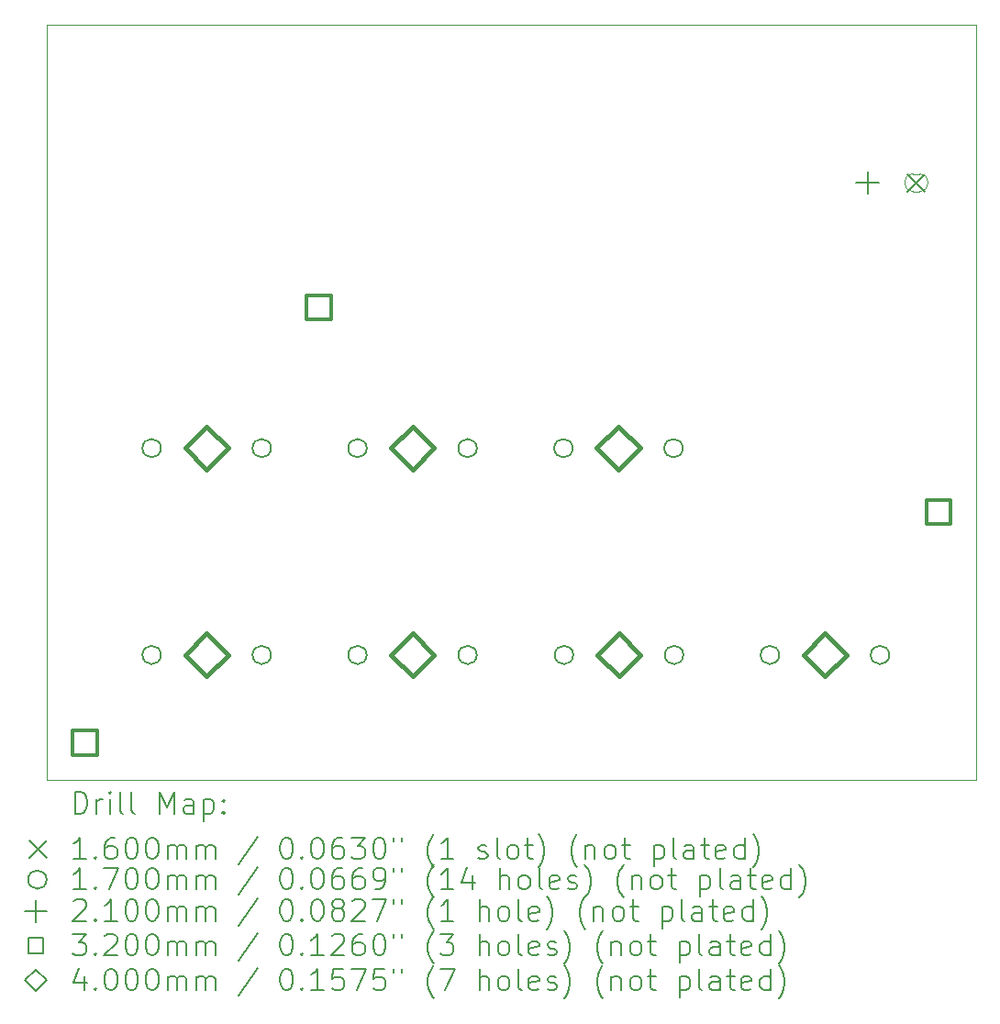
<source format=gbr>
%TF.GenerationSoftware,KiCad,Pcbnew,9.0.7*%
%TF.CreationDate,2026-02-20T22:19:02+01:00*%
%TF.ProjectId,Schematic.kicad_pcb_2,53636865-6d61-4746-9963-2e6b69636164,rev?*%
%TF.SameCoordinates,Original*%
%TF.FileFunction,Drillmap*%
%TF.FilePolarity,Positive*%
%FSLAX45Y45*%
G04 Gerber Fmt 4.5, Leading zero omitted, Abs format (unit mm)*
G04 Created by KiCad (PCBNEW 9.0.7) date 2026-02-20 22:19:02*
%MOMM*%
%LPD*%
G01*
G04 APERTURE LIST*
%ADD10C,0.050000*%
%ADD11C,0.200000*%
%ADD12C,0.160000*%
%ADD13C,0.100000*%
%ADD14C,0.170000*%
%ADD15C,0.210000*%
%ADD16C,0.320000*%
%ADD17C,0.400000*%
G04 APERTURE END LIST*
D10*
X1800000Y-1494375D02*
X10372500Y-1494375D01*
X10372500Y-8458125D01*
X1800000Y-8458125D01*
X1800000Y-1494375D01*
D11*
D12*
X9745000Y-2870000D02*
X9905000Y-3030000D01*
X9905000Y-2870000D02*
X9745000Y-3030000D01*
D13*
X9855000Y-2870000D02*
X9795000Y-2870000D01*
X9795000Y-3030000D02*
G75*
G02*
X9795000Y-2870000I0J80000D01*
G01*
X9795000Y-3030000D02*
X9855000Y-3030000D01*
X9855000Y-3030000D02*
G75*
G03*
X9855000Y-2870000I0J80000D01*
G01*
D14*
X2852000Y-5400000D02*
G75*
G02*
X2682000Y-5400000I-85000J0D01*
G01*
X2682000Y-5400000D02*
G75*
G02*
X2852000Y-5400000I85000J0D01*
G01*
X2852000Y-7308000D02*
G75*
G02*
X2682000Y-7308000I-85000J0D01*
G01*
X2682000Y-7308000D02*
G75*
G02*
X2852000Y-7308000I85000J0D01*
G01*
X3868000Y-5400000D02*
G75*
G02*
X3698000Y-5400000I-85000J0D01*
G01*
X3698000Y-5400000D02*
G75*
G02*
X3868000Y-5400000I85000J0D01*
G01*
X3868000Y-7308000D02*
G75*
G02*
X3698000Y-7308000I-85000J0D01*
G01*
X3698000Y-7308000D02*
G75*
G02*
X3868000Y-7308000I85000J0D01*
G01*
X4752000Y-5400000D02*
G75*
G02*
X4582000Y-5400000I-85000J0D01*
G01*
X4582000Y-5400000D02*
G75*
G02*
X4752000Y-5400000I85000J0D01*
G01*
X4752000Y-7308000D02*
G75*
G02*
X4582000Y-7308000I-85000J0D01*
G01*
X4582000Y-7308000D02*
G75*
G02*
X4752000Y-7308000I85000J0D01*
G01*
X5768000Y-5400000D02*
G75*
G02*
X5598000Y-5400000I-85000J0D01*
G01*
X5598000Y-5400000D02*
G75*
G02*
X5768000Y-5400000I85000J0D01*
G01*
X5768000Y-7308000D02*
G75*
G02*
X5598000Y-7308000I-85000J0D01*
G01*
X5598000Y-7308000D02*
G75*
G02*
X5768000Y-7308000I85000J0D01*
G01*
X6652000Y-5400000D02*
G75*
G02*
X6482000Y-5400000I-85000J0D01*
G01*
X6482000Y-5400000D02*
G75*
G02*
X6652000Y-5400000I85000J0D01*
G01*
X6658000Y-7308000D02*
G75*
G02*
X6488000Y-7308000I-85000J0D01*
G01*
X6488000Y-7308000D02*
G75*
G02*
X6658000Y-7308000I85000J0D01*
G01*
X7668000Y-5400000D02*
G75*
G02*
X7498000Y-5400000I-85000J0D01*
G01*
X7498000Y-5400000D02*
G75*
G02*
X7668000Y-5400000I85000J0D01*
G01*
X7674000Y-7308000D02*
G75*
G02*
X7504000Y-7308000I-85000J0D01*
G01*
X7504000Y-7308000D02*
G75*
G02*
X7674000Y-7308000I85000J0D01*
G01*
X8558000Y-7308000D02*
G75*
G02*
X8388000Y-7308000I-85000J0D01*
G01*
X8388000Y-7308000D02*
G75*
G02*
X8558000Y-7308000I85000J0D01*
G01*
X9574000Y-7308000D02*
G75*
G02*
X9404000Y-7308000I-85000J0D01*
G01*
X9404000Y-7308000D02*
G75*
G02*
X9574000Y-7308000I85000J0D01*
G01*
D15*
X9375000Y-2845000D02*
X9375000Y-3055000D01*
X9270000Y-2950000D02*
X9480000Y-2950000D01*
D16*
X2263138Y-8233138D02*
X2263138Y-8006862D01*
X2036862Y-8006862D01*
X2036862Y-8233138D01*
X2263138Y-8233138D01*
X4423138Y-4213138D02*
X4423138Y-3986862D01*
X4196862Y-3986862D01*
X4196862Y-4213138D01*
X4423138Y-4213138D01*
X10143138Y-6103138D02*
X10143138Y-5876862D01*
X9916862Y-5876862D01*
X9916862Y-6103138D01*
X10143138Y-6103138D01*
D17*
X3275000Y-5600000D02*
X3475000Y-5400000D01*
X3275000Y-5200000D01*
X3075000Y-5400000D01*
X3275000Y-5600000D01*
X3275000Y-7508000D02*
X3475000Y-7308000D01*
X3275000Y-7108000D01*
X3075000Y-7308000D01*
X3275000Y-7508000D01*
X5175000Y-5600000D02*
X5375000Y-5400000D01*
X5175000Y-5200000D01*
X4975000Y-5400000D01*
X5175000Y-5600000D01*
X5175000Y-7508000D02*
X5375000Y-7308000D01*
X5175000Y-7108000D01*
X4975000Y-7308000D01*
X5175000Y-7508000D01*
X7075000Y-5600000D02*
X7275000Y-5400000D01*
X7075000Y-5200000D01*
X6875000Y-5400000D01*
X7075000Y-5600000D01*
X7081000Y-7508000D02*
X7281000Y-7308000D01*
X7081000Y-7108000D01*
X6881000Y-7308000D01*
X7081000Y-7508000D01*
X8981000Y-7508000D02*
X9181000Y-7308000D01*
X8981000Y-7108000D01*
X8781000Y-7308000D01*
X8981000Y-7508000D01*
D11*
X2058277Y-8772109D02*
X2058277Y-8572109D01*
X2058277Y-8572109D02*
X2105896Y-8572109D01*
X2105896Y-8572109D02*
X2134467Y-8581633D01*
X2134467Y-8581633D02*
X2153515Y-8600680D01*
X2153515Y-8600680D02*
X2163039Y-8619728D01*
X2163039Y-8619728D02*
X2172563Y-8657823D01*
X2172563Y-8657823D02*
X2172563Y-8686395D01*
X2172563Y-8686395D02*
X2163039Y-8724490D01*
X2163039Y-8724490D02*
X2153515Y-8743537D01*
X2153515Y-8743537D02*
X2134467Y-8762585D01*
X2134467Y-8762585D02*
X2105896Y-8772109D01*
X2105896Y-8772109D02*
X2058277Y-8772109D01*
X2258277Y-8772109D02*
X2258277Y-8638775D01*
X2258277Y-8676871D02*
X2267801Y-8657823D01*
X2267801Y-8657823D02*
X2277324Y-8648299D01*
X2277324Y-8648299D02*
X2296372Y-8638775D01*
X2296372Y-8638775D02*
X2315420Y-8638775D01*
X2382086Y-8772109D02*
X2382086Y-8638775D01*
X2382086Y-8572109D02*
X2372563Y-8581633D01*
X2372563Y-8581633D02*
X2382086Y-8591156D01*
X2382086Y-8591156D02*
X2391610Y-8581633D01*
X2391610Y-8581633D02*
X2382086Y-8572109D01*
X2382086Y-8572109D02*
X2382086Y-8591156D01*
X2505896Y-8772109D02*
X2486848Y-8762585D01*
X2486848Y-8762585D02*
X2477324Y-8743537D01*
X2477324Y-8743537D02*
X2477324Y-8572109D01*
X2610658Y-8772109D02*
X2591610Y-8762585D01*
X2591610Y-8762585D02*
X2582086Y-8743537D01*
X2582086Y-8743537D02*
X2582086Y-8572109D01*
X2839229Y-8772109D02*
X2839229Y-8572109D01*
X2839229Y-8572109D02*
X2905896Y-8714966D01*
X2905896Y-8714966D02*
X2972562Y-8572109D01*
X2972562Y-8572109D02*
X2972562Y-8772109D01*
X3153515Y-8772109D02*
X3153515Y-8667347D01*
X3153515Y-8667347D02*
X3143991Y-8648299D01*
X3143991Y-8648299D02*
X3124943Y-8638775D01*
X3124943Y-8638775D02*
X3086848Y-8638775D01*
X3086848Y-8638775D02*
X3067801Y-8648299D01*
X3153515Y-8762585D02*
X3134467Y-8772109D01*
X3134467Y-8772109D02*
X3086848Y-8772109D01*
X3086848Y-8772109D02*
X3067801Y-8762585D01*
X3067801Y-8762585D02*
X3058277Y-8743537D01*
X3058277Y-8743537D02*
X3058277Y-8724490D01*
X3058277Y-8724490D02*
X3067801Y-8705442D01*
X3067801Y-8705442D02*
X3086848Y-8695918D01*
X3086848Y-8695918D02*
X3134467Y-8695918D01*
X3134467Y-8695918D02*
X3153515Y-8686395D01*
X3248753Y-8638775D02*
X3248753Y-8838775D01*
X3248753Y-8648299D02*
X3267801Y-8638775D01*
X3267801Y-8638775D02*
X3305896Y-8638775D01*
X3305896Y-8638775D02*
X3324943Y-8648299D01*
X3324943Y-8648299D02*
X3334467Y-8657823D01*
X3334467Y-8657823D02*
X3343991Y-8676871D01*
X3343991Y-8676871D02*
X3343991Y-8734014D01*
X3343991Y-8734014D02*
X3334467Y-8753061D01*
X3334467Y-8753061D02*
X3324943Y-8762585D01*
X3324943Y-8762585D02*
X3305896Y-8772109D01*
X3305896Y-8772109D02*
X3267801Y-8772109D01*
X3267801Y-8772109D02*
X3248753Y-8762585D01*
X3429705Y-8753061D02*
X3439229Y-8762585D01*
X3439229Y-8762585D02*
X3429705Y-8772109D01*
X3429705Y-8772109D02*
X3420182Y-8762585D01*
X3420182Y-8762585D02*
X3429705Y-8753061D01*
X3429705Y-8753061D02*
X3429705Y-8772109D01*
X3429705Y-8648299D02*
X3439229Y-8657823D01*
X3439229Y-8657823D02*
X3429705Y-8667347D01*
X3429705Y-8667347D02*
X3420182Y-8657823D01*
X3420182Y-8657823D02*
X3429705Y-8648299D01*
X3429705Y-8648299D02*
X3429705Y-8667347D01*
D12*
X1637500Y-9020625D02*
X1797500Y-9180625D01*
X1797500Y-9020625D02*
X1637500Y-9180625D01*
D11*
X2163039Y-9192109D02*
X2048753Y-9192109D01*
X2105896Y-9192109D02*
X2105896Y-8992109D01*
X2105896Y-8992109D02*
X2086848Y-9020680D01*
X2086848Y-9020680D02*
X2067801Y-9039728D01*
X2067801Y-9039728D02*
X2048753Y-9049252D01*
X2248753Y-9173061D02*
X2258277Y-9182585D01*
X2258277Y-9182585D02*
X2248753Y-9192109D01*
X2248753Y-9192109D02*
X2239229Y-9182585D01*
X2239229Y-9182585D02*
X2248753Y-9173061D01*
X2248753Y-9173061D02*
X2248753Y-9192109D01*
X2429705Y-8992109D02*
X2391610Y-8992109D01*
X2391610Y-8992109D02*
X2372563Y-9001633D01*
X2372563Y-9001633D02*
X2363039Y-9011156D01*
X2363039Y-9011156D02*
X2343991Y-9039728D01*
X2343991Y-9039728D02*
X2334467Y-9077823D01*
X2334467Y-9077823D02*
X2334467Y-9154014D01*
X2334467Y-9154014D02*
X2343991Y-9173061D01*
X2343991Y-9173061D02*
X2353515Y-9182585D01*
X2353515Y-9182585D02*
X2372563Y-9192109D01*
X2372563Y-9192109D02*
X2410658Y-9192109D01*
X2410658Y-9192109D02*
X2429705Y-9182585D01*
X2429705Y-9182585D02*
X2439229Y-9173061D01*
X2439229Y-9173061D02*
X2448753Y-9154014D01*
X2448753Y-9154014D02*
X2448753Y-9106395D01*
X2448753Y-9106395D02*
X2439229Y-9087347D01*
X2439229Y-9087347D02*
X2429705Y-9077823D01*
X2429705Y-9077823D02*
X2410658Y-9068299D01*
X2410658Y-9068299D02*
X2372563Y-9068299D01*
X2372563Y-9068299D02*
X2353515Y-9077823D01*
X2353515Y-9077823D02*
X2343991Y-9087347D01*
X2343991Y-9087347D02*
X2334467Y-9106395D01*
X2572563Y-8992109D02*
X2591610Y-8992109D01*
X2591610Y-8992109D02*
X2610658Y-9001633D01*
X2610658Y-9001633D02*
X2620182Y-9011156D01*
X2620182Y-9011156D02*
X2629705Y-9030204D01*
X2629705Y-9030204D02*
X2639229Y-9068299D01*
X2639229Y-9068299D02*
X2639229Y-9115918D01*
X2639229Y-9115918D02*
X2629705Y-9154014D01*
X2629705Y-9154014D02*
X2620182Y-9173061D01*
X2620182Y-9173061D02*
X2610658Y-9182585D01*
X2610658Y-9182585D02*
X2591610Y-9192109D01*
X2591610Y-9192109D02*
X2572563Y-9192109D01*
X2572563Y-9192109D02*
X2553515Y-9182585D01*
X2553515Y-9182585D02*
X2543991Y-9173061D01*
X2543991Y-9173061D02*
X2534467Y-9154014D01*
X2534467Y-9154014D02*
X2524944Y-9115918D01*
X2524944Y-9115918D02*
X2524944Y-9068299D01*
X2524944Y-9068299D02*
X2534467Y-9030204D01*
X2534467Y-9030204D02*
X2543991Y-9011156D01*
X2543991Y-9011156D02*
X2553515Y-9001633D01*
X2553515Y-9001633D02*
X2572563Y-8992109D01*
X2763039Y-8992109D02*
X2782086Y-8992109D01*
X2782086Y-8992109D02*
X2801134Y-9001633D01*
X2801134Y-9001633D02*
X2810658Y-9011156D01*
X2810658Y-9011156D02*
X2820182Y-9030204D01*
X2820182Y-9030204D02*
X2829705Y-9068299D01*
X2829705Y-9068299D02*
X2829705Y-9115918D01*
X2829705Y-9115918D02*
X2820182Y-9154014D01*
X2820182Y-9154014D02*
X2810658Y-9173061D01*
X2810658Y-9173061D02*
X2801134Y-9182585D01*
X2801134Y-9182585D02*
X2782086Y-9192109D01*
X2782086Y-9192109D02*
X2763039Y-9192109D01*
X2763039Y-9192109D02*
X2743991Y-9182585D01*
X2743991Y-9182585D02*
X2734467Y-9173061D01*
X2734467Y-9173061D02*
X2724944Y-9154014D01*
X2724944Y-9154014D02*
X2715420Y-9115918D01*
X2715420Y-9115918D02*
X2715420Y-9068299D01*
X2715420Y-9068299D02*
X2724944Y-9030204D01*
X2724944Y-9030204D02*
X2734467Y-9011156D01*
X2734467Y-9011156D02*
X2743991Y-9001633D01*
X2743991Y-9001633D02*
X2763039Y-8992109D01*
X2915420Y-9192109D02*
X2915420Y-9058775D01*
X2915420Y-9077823D02*
X2924943Y-9068299D01*
X2924943Y-9068299D02*
X2943991Y-9058775D01*
X2943991Y-9058775D02*
X2972563Y-9058775D01*
X2972563Y-9058775D02*
X2991610Y-9068299D01*
X2991610Y-9068299D02*
X3001134Y-9087347D01*
X3001134Y-9087347D02*
X3001134Y-9192109D01*
X3001134Y-9087347D02*
X3010658Y-9068299D01*
X3010658Y-9068299D02*
X3029705Y-9058775D01*
X3029705Y-9058775D02*
X3058277Y-9058775D01*
X3058277Y-9058775D02*
X3077324Y-9068299D01*
X3077324Y-9068299D02*
X3086848Y-9087347D01*
X3086848Y-9087347D02*
X3086848Y-9192109D01*
X3182086Y-9192109D02*
X3182086Y-9058775D01*
X3182086Y-9077823D02*
X3191610Y-9068299D01*
X3191610Y-9068299D02*
X3210658Y-9058775D01*
X3210658Y-9058775D02*
X3239229Y-9058775D01*
X3239229Y-9058775D02*
X3258277Y-9068299D01*
X3258277Y-9068299D02*
X3267801Y-9087347D01*
X3267801Y-9087347D02*
X3267801Y-9192109D01*
X3267801Y-9087347D02*
X3277324Y-9068299D01*
X3277324Y-9068299D02*
X3296372Y-9058775D01*
X3296372Y-9058775D02*
X3324943Y-9058775D01*
X3324943Y-9058775D02*
X3343991Y-9068299D01*
X3343991Y-9068299D02*
X3353515Y-9087347D01*
X3353515Y-9087347D02*
X3353515Y-9192109D01*
X3743991Y-8982585D02*
X3572563Y-9239728D01*
X4001134Y-8992109D02*
X4020182Y-8992109D01*
X4020182Y-8992109D02*
X4039229Y-9001633D01*
X4039229Y-9001633D02*
X4048753Y-9011156D01*
X4048753Y-9011156D02*
X4058277Y-9030204D01*
X4058277Y-9030204D02*
X4067801Y-9068299D01*
X4067801Y-9068299D02*
X4067801Y-9115918D01*
X4067801Y-9115918D02*
X4058277Y-9154014D01*
X4058277Y-9154014D02*
X4048753Y-9173061D01*
X4048753Y-9173061D02*
X4039229Y-9182585D01*
X4039229Y-9182585D02*
X4020182Y-9192109D01*
X4020182Y-9192109D02*
X4001134Y-9192109D01*
X4001134Y-9192109D02*
X3982086Y-9182585D01*
X3982086Y-9182585D02*
X3972563Y-9173061D01*
X3972563Y-9173061D02*
X3963039Y-9154014D01*
X3963039Y-9154014D02*
X3953515Y-9115918D01*
X3953515Y-9115918D02*
X3953515Y-9068299D01*
X3953515Y-9068299D02*
X3963039Y-9030204D01*
X3963039Y-9030204D02*
X3972563Y-9011156D01*
X3972563Y-9011156D02*
X3982086Y-9001633D01*
X3982086Y-9001633D02*
X4001134Y-8992109D01*
X4153515Y-9173061D02*
X4163039Y-9182585D01*
X4163039Y-9182585D02*
X4153515Y-9192109D01*
X4153515Y-9192109D02*
X4143991Y-9182585D01*
X4143991Y-9182585D02*
X4153515Y-9173061D01*
X4153515Y-9173061D02*
X4153515Y-9192109D01*
X4286848Y-8992109D02*
X4305896Y-8992109D01*
X4305896Y-8992109D02*
X4324944Y-9001633D01*
X4324944Y-9001633D02*
X4334468Y-9011156D01*
X4334468Y-9011156D02*
X4343991Y-9030204D01*
X4343991Y-9030204D02*
X4353515Y-9068299D01*
X4353515Y-9068299D02*
X4353515Y-9115918D01*
X4353515Y-9115918D02*
X4343991Y-9154014D01*
X4343991Y-9154014D02*
X4334468Y-9173061D01*
X4334468Y-9173061D02*
X4324944Y-9182585D01*
X4324944Y-9182585D02*
X4305896Y-9192109D01*
X4305896Y-9192109D02*
X4286848Y-9192109D01*
X4286848Y-9192109D02*
X4267801Y-9182585D01*
X4267801Y-9182585D02*
X4258277Y-9173061D01*
X4258277Y-9173061D02*
X4248753Y-9154014D01*
X4248753Y-9154014D02*
X4239229Y-9115918D01*
X4239229Y-9115918D02*
X4239229Y-9068299D01*
X4239229Y-9068299D02*
X4248753Y-9030204D01*
X4248753Y-9030204D02*
X4258277Y-9011156D01*
X4258277Y-9011156D02*
X4267801Y-9001633D01*
X4267801Y-9001633D02*
X4286848Y-8992109D01*
X4524944Y-8992109D02*
X4486848Y-8992109D01*
X4486848Y-8992109D02*
X4467801Y-9001633D01*
X4467801Y-9001633D02*
X4458277Y-9011156D01*
X4458277Y-9011156D02*
X4439229Y-9039728D01*
X4439229Y-9039728D02*
X4429706Y-9077823D01*
X4429706Y-9077823D02*
X4429706Y-9154014D01*
X4429706Y-9154014D02*
X4439229Y-9173061D01*
X4439229Y-9173061D02*
X4448753Y-9182585D01*
X4448753Y-9182585D02*
X4467801Y-9192109D01*
X4467801Y-9192109D02*
X4505896Y-9192109D01*
X4505896Y-9192109D02*
X4524944Y-9182585D01*
X4524944Y-9182585D02*
X4534468Y-9173061D01*
X4534468Y-9173061D02*
X4543991Y-9154014D01*
X4543991Y-9154014D02*
X4543991Y-9106395D01*
X4543991Y-9106395D02*
X4534468Y-9087347D01*
X4534468Y-9087347D02*
X4524944Y-9077823D01*
X4524944Y-9077823D02*
X4505896Y-9068299D01*
X4505896Y-9068299D02*
X4467801Y-9068299D01*
X4467801Y-9068299D02*
X4448753Y-9077823D01*
X4448753Y-9077823D02*
X4439229Y-9087347D01*
X4439229Y-9087347D02*
X4429706Y-9106395D01*
X4610658Y-8992109D02*
X4734468Y-8992109D01*
X4734468Y-8992109D02*
X4667801Y-9068299D01*
X4667801Y-9068299D02*
X4696372Y-9068299D01*
X4696372Y-9068299D02*
X4715420Y-9077823D01*
X4715420Y-9077823D02*
X4724944Y-9087347D01*
X4724944Y-9087347D02*
X4734468Y-9106395D01*
X4734468Y-9106395D02*
X4734468Y-9154014D01*
X4734468Y-9154014D02*
X4724944Y-9173061D01*
X4724944Y-9173061D02*
X4715420Y-9182585D01*
X4715420Y-9182585D02*
X4696372Y-9192109D01*
X4696372Y-9192109D02*
X4639229Y-9192109D01*
X4639229Y-9192109D02*
X4620182Y-9182585D01*
X4620182Y-9182585D02*
X4610658Y-9173061D01*
X4858277Y-8992109D02*
X4877325Y-8992109D01*
X4877325Y-8992109D02*
X4896372Y-9001633D01*
X4896372Y-9001633D02*
X4905896Y-9011156D01*
X4905896Y-9011156D02*
X4915420Y-9030204D01*
X4915420Y-9030204D02*
X4924944Y-9068299D01*
X4924944Y-9068299D02*
X4924944Y-9115918D01*
X4924944Y-9115918D02*
X4915420Y-9154014D01*
X4915420Y-9154014D02*
X4905896Y-9173061D01*
X4905896Y-9173061D02*
X4896372Y-9182585D01*
X4896372Y-9182585D02*
X4877325Y-9192109D01*
X4877325Y-9192109D02*
X4858277Y-9192109D01*
X4858277Y-9192109D02*
X4839229Y-9182585D01*
X4839229Y-9182585D02*
X4829706Y-9173061D01*
X4829706Y-9173061D02*
X4820182Y-9154014D01*
X4820182Y-9154014D02*
X4810658Y-9115918D01*
X4810658Y-9115918D02*
X4810658Y-9068299D01*
X4810658Y-9068299D02*
X4820182Y-9030204D01*
X4820182Y-9030204D02*
X4829706Y-9011156D01*
X4829706Y-9011156D02*
X4839229Y-9001633D01*
X4839229Y-9001633D02*
X4858277Y-8992109D01*
X5001134Y-8992109D02*
X5001134Y-9030204D01*
X5077325Y-8992109D02*
X5077325Y-9030204D01*
X5372563Y-9268299D02*
X5363039Y-9258775D01*
X5363039Y-9258775D02*
X5343991Y-9230204D01*
X5343991Y-9230204D02*
X5334468Y-9211156D01*
X5334468Y-9211156D02*
X5324944Y-9182585D01*
X5324944Y-9182585D02*
X5315420Y-9134966D01*
X5315420Y-9134966D02*
X5315420Y-9096871D01*
X5315420Y-9096871D02*
X5324944Y-9049252D01*
X5324944Y-9049252D02*
X5334468Y-9020680D01*
X5334468Y-9020680D02*
X5343991Y-9001633D01*
X5343991Y-9001633D02*
X5363039Y-8973061D01*
X5363039Y-8973061D02*
X5372563Y-8963537D01*
X5553515Y-9192109D02*
X5439230Y-9192109D01*
X5496372Y-9192109D02*
X5496372Y-8992109D01*
X5496372Y-8992109D02*
X5477325Y-9020680D01*
X5477325Y-9020680D02*
X5458277Y-9039728D01*
X5458277Y-9039728D02*
X5439230Y-9049252D01*
X5782087Y-9182585D02*
X5801134Y-9192109D01*
X5801134Y-9192109D02*
X5839229Y-9192109D01*
X5839229Y-9192109D02*
X5858277Y-9182585D01*
X5858277Y-9182585D02*
X5867801Y-9163537D01*
X5867801Y-9163537D02*
X5867801Y-9154014D01*
X5867801Y-9154014D02*
X5858277Y-9134966D01*
X5858277Y-9134966D02*
X5839229Y-9125442D01*
X5839229Y-9125442D02*
X5810658Y-9125442D01*
X5810658Y-9125442D02*
X5791610Y-9115918D01*
X5791610Y-9115918D02*
X5782087Y-9096871D01*
X5782087Y-9096871D02*
X5782087Y-9087347D01*
X5782087Y-9087347D02*
X5791610Y-9068299D01*
X5791610Y-9068299D02*
X5810658Y-9058775D01*
X5810658Y-9058775D02*
X5839229Y-9058775D01*
X5839229Y-9058775D02*
X5858277Y-9068299D01*
X5982087Y-9192109D02*
X5963039Y-9182585D01*
X5963039Y-9182585D02*
X5953515Y-9163537D01*
X5953515Y-9163537D02*
X5953515Y-8992109D01*
X6086849Y-9192109D02*
X6067801Y-9182585D01*
X6067801Y-9182585D02*
X6058277Y-9173061D01*
X6058277Y-9173061D02*
X6048753Y-9154014D01*
X6048753Y-9154014D02*
X6048753Y-9096871D01*
X6048753Y-9096871D02*
X6058277Y-9077823D01*
X6058277Y-9077823D02*
X6067801Y-9068299D01*
X6067801Y-9068299D02*
X6086849Y-9058775D01*
X6086849Y-9058775D02*
X6115420Y-9058775D01*
X6115420Y-9058775D02*
X6134468Y-9068299D01*
X6134468Y-9068299D02*
X6143991Y-9077823D01*
X6143991Y-9077823D02*
X6153515Y-9096871D01*
X6153515Y-9096871D02*
X6153515Y-9154014D01*
X6153515Y-9154014D02*
X6143991Y-9173061D01*
X6143991Y-9173061D02*
X6134468Y-9182585D01*
X6134468Y-9182585D02*
X6115420Y-9192109D01*
X6115420Y-9192109D02*
X6086849Y-9192109D01*
X6210658Y-9058775D02*
X6286849Y-9058775D01*
X6239230Y-8992109D02*
X6239230Y-9163537D01*
X6239230Y-9163537D02*
X6248753Y-9182585D01*
X6248753Y-9182585D02*
X6267801Y-9192109D01*
X6267801Y-9192109D02*
X6286849Y-9192109D01*
X6334468Y-9268299D02*
X6343991Y-9258775D01*
X6343991Y-9258775D02*
X6363039Y-9230204D01*
X6363039Y-9230204D02*
X6372563Y-9211156D01*
X6372563Y-9211156D02*
X6382087Y-9182585D01*
X6382087Y-9182585D02*
X6391610Y-9134966D01*
X6391610Y-9134966D02*
X6391610Y-9096871D01*
X6391610Y-9096871D02*
X6382087Y-9049252D01*
X6382087Y-9049252D02*
X6372563Y-9020680D01*
X6372563Y-9020680D02*
X6363039Y-9001633D01*
X6363039Y-9001633D02*
X6343991Y-8973061D01*
X6343991Y-8973061D02*
X6334468Y-8963537D01*
X6696372Y-9268299D02*
X6686849Y-9258775D01*
X6686849Y-9258775D02*
X6667801Y-9230204D01*
X6667801Y-9230204D02*
X6658277Y-9211156D01*
X6658277Y-9211156D02*
X6648753Y-9182585D01*
X6648753Y-9182585D02*
X6639230Y-9134966D01*
X6639230Y-9134966D02*
X6639230Y-9096871D01*
X6639230Y-9096871D02*
X6648753Y-9049252D01*
X6648753Y-9049252D02*
X6658277Y-9020680D01*
X6658277Y-9020680D02*
X6667801Y-9001633D01*
X6667801Y-9001633D02*
X6686849Y-8973061D01*
X6686849Y-8973061D02*
X6696372Y-8963537D01*
X6772563Y-9058775D02*
X6772563Y-9192109D01*
X6772563Y-9077823D02*
X6782087Y-9068299D01*
X6782087Y-9068299D02*
X6801134Y-9058775D01*
X6801134Y-9058775D02*
X6829706Y-9058775D01*
X6829706Y-9058775D02*
X6848753Y-9068299D01*
X6848753Y-9068299D02*
X6858277Y-9087347D01*
X6858277Y-9087347D02*
X6858277Y-9192109D01*
X6982087Y-9192109D02*
X6963039Y-9182585D01*
X6963039Y-9182585D02*
X6953515Y-9173061D01*
X6953515Y-9173061D02*
X6943991Y-9154014D01*
X6943991Y-9154014D02*
X6943991Y-9096871D01*
X6943991Y-9096871D02*
X6953515Y-9077823D01*
X6953515Y-9077823D02*
X6963039Y-9068299D01*
X6963039Y-9068299D02*
X6982087Y-9058775D01*
X6982087Y-9058775D02*
X7010658Y-9058775D01*
X7010658Y-9058775D02*
X7029706Y-9068299D01*
X7029706Y-9068299D02*
X7039230Y-9077823D01*
X7039230Y-9077823D02*
X7048753Y-9096871D01*
X7048753Y-9096871D02*
X7048753Y-9154014D01*
X7048753Y-9154014D02*
X7039230Y-9173061D01*
X7039230Y-9173061D02*
X7029706Y-9182585D01*
X7029706Y-9182585D02*
X7010658Y-9192109D01*
X7010658Y-9192109D02*
X6982087Y-9192109D01*
X7105896Y-9058775D02*
X7182087Y-9058775D01*
X7134468Y-8992109D02*
X7134468Y-9163537D01*
X7134468Y-9163537D02*
X7143991Y-9182585D01*
X7143991Y-9182585D02*
X7163039Y-9192109D01*
X7163039Y-9192109D02*
X7182087Y-9192109D01*
X7401134Y-9058775D02*
X7401134Y-9258775D01*
X7401134Y-9068299D02*
X7420182Y-9058775D01*
X7420182Y-9058775D02*
X7458277Y-9058775D01*
X7458277Y-9058775D02*
X7477325Y-9068299D01*
X7477325Y-9068299D02*
X7486849Y-9077823D01*
X7486849Y-9077823D02*
X7496372Y-9096871D01*
X7496372Y-9096871D02*
X7496372Y-9154014D01*
X7496372Y-9154014D02*
X7486849Y-9173061D01*
X7486849Y-9173061D02*
X7477325Y-9182585D01*
X7477325Y-9182585D02*
X7458277Y-9192109D01*
X7458277Y-9192109D02*
X7420182Y-9192109D01*
X7420182Y-9192109D02*
X7401134Y-9182585D01*
X7610658Y-9192109D02*
X7591611Y-9182585D01*
X7591611Y-9182585D02*
X7582087Y-9163537D01*
X7582087Y-9163537D02*
X7582087Y-8992109D01*
X7772563Y-9192109D02*
X7772563Y-9087347D01*
X7772563Y-9087347D02*
X7763039Y-9068299D01*
X7763039Y-9068299D02*
X7743992Y-9058775D01*
X7743992Y-9058775D02*
X7705896Y-9058775D01*
X7705896Y-9058775D02*
X7686849Y-9068299D01*
X7772563Y-9182585D02*
X7753515Y-9192109D01*
X7753515Y-9192109D02*
X7705896Y-9192109D01*
X7705896Y-9192109D02*
X7686849Y-9182585D01*
X7686849Y-9182585D02*
X7677325Y-9163537D01*
X7677325Y-9163537D02*
X7677325Y-9144490D01*
X7677325Y-9144490D02*
X7686849Y-9125442D01*
X7686849Y-9125442D02*
X7705896Y-9115918D01*
X7705896Y-9115918D02*
X7753515Y-9115918D01*
X7753515Y-9115918D02*
X7772563Y-9106395D01*
X7839230Y-9058775D02*
X7915420Y-9058775D01*
X7867801Y-8992109D02*
X7867801Y-9163537D01*
X7867801Y-9163537D02*
X7877325Y-9182585D01*
X7877325Y-9182585D02*
X7896372Y-9192109D01*
X7896372Y-9192109D02*
X7915420Y-9192109D01*
X8058277Y-9182585D02*
X8039230Y-9192109D01*
X8039230Y-9192109D02*
X8001134Y-9192109D01*
X8001134Y-9192109D02*
X7982087Y-9182585D01*
X7982087Y-9182585D02*
X7972563Y-9163537D01*
X7972563Y-9163537D02*
X7972563Y-9087347D01*
X7972563Y-9087347D02*
X7982087Y-9068299D01*
X7982087Y-9068299D02*
X8001134Y-9058775D01*
X8001134Y-9058775D02*
X8039230Y-9058775D01*
X8039230Y-9058775D02*
X8058277Y-9068299D01*
X8058277Y-9068299D02*
X8067801Y-9087347D01*
X8067801Y-9087347D02*
X8067801Y-9106395D01*
X8067801Y-9106395D02*
X7972563Y-9125442D01*
X8239230Y-9192109D02*
X8239230Y-8992109D01*
X8239230Y-9182585D02*
X8220182Y-9192109D01*
X8220182Y-9192109D02*
X8182087Y-9192109D01*
X8182087Y-9192109D02*
X8163039Y-9182585D01*
X8163039Y-9182585D02*
X8153515Y-9173061D01*
X8153515Y-9173061D02*
X8143992Y-9154014D01*
X8143992Y-9154014D02*
X8143992Y-9096871D01*
X8143992Y-9096871D02*
X8153515Y-9077823D01*
X8153515Y-9077823D02*
X8163039Y-9068299D01*
X8163039Y-9068299D02*
X8182087Y-9058775D01*
X8182087Y-9058775D02*
X8220182Y-9058775D01*
X8220182Y-9058775D02*
X8239230Y-9068299D01*
X8315420Y-9268299D02*
X8324944Y-9258775D01*
X8324944Y-9258775D02*
X8343992Y-9230204D01*
X8343992Y-9230204D02*
X8353515Y-9211156D01*
X8353515Y-9211156D02*
X8363039Y-9182585D01*
X8363039Y-9182585D02*
X8372563Y-9134966D01*
X8372563Y-9134966D02*
X8372563Y-9096871D01*
X8372563Y-9096871D02*
X8363039Y-9049252D01*
X8363039Y-9049252D02*
X8353515Y-9020680D01*
X8353515Y-9020680D02*
X8343992Y-9001633D01*
X8343992Y-9001633D02*
X8324944Y-8973061D01*
X8324944Y-8973061D02*
X8315420Y-8963537D01*
D14*
X1797500Y-9380625D02*
G75*
G02*
X1627500Y-9380625I-85000J0D01*
G01*
X1627500Y-9380625D02*
G75*
G02*
X1797500Y-9380625I85000J0D01*
G01*
D11*
X2163039Y-9472109D02*
X2048753Y-9472109D01*
X2105896Y-9472109D02*
X2105896Y-9272109D01*
X2105896Y-9272109D02*
X2086848Y-9300680D01*
X2086848Y-9300680D02*
X2067801Y-9319728D01*
X2067801Y-9319728D02*
X2048753Y-9329252D01*
X2248753Y-9453061D02*
X2258277Y-9462585D01*
X2258277Y-9462585D02*
X2248753Y-9472109D01*
X2248753Y-9472109D02*
X2239229Y-9462585D01*
X2239229Y-9462585D02*
X2248753Y-9453061D01*
X2248753Y-9453061D02*
X2248753Y-9472109D01*
X2324944Y-9272109D02*
X2458277Y-9272109D01*
X2458277Y-9272109D02*
X2372563Y-9472109D01*
X2572563Y-9272109D02*
X2591610Y-9272109D01*
X2591610Y-9272109D02*
X2610658Y-9281633D01*
X2610658Y-9281633D02*
X2620182Y-9291156D01*
X2620182Y-9291156D02*
X2629705Y-9310204D01*
X2629705Y-9310204D02*
X2639229Y-9348299D01*
X2639229Y-9348299D02*
X2639229Y-9395918D01*
X2639229Y-9395918D02*
X2629705Y-9434014D01*
X2629705Y-9434014D02*
X2620182Y-9453061D01*
X2620182Y-9453061D02*
X2610658Y-9462585D01*
X2610658Y-9462585D02*
X2591610Y-9472109D01*
X2591610Y-9472109D02*
X2572563Y-9472109D01*
X2572563Y-9472109D02*
X2553515Y-9462585D01*
X2553515Y-9462585D02*
X2543991Y-9453061D01*
X2543991Y-9453061D02*
X2534467Y-9434014D01*
X2534467Y-9434014D02*
X2524944Y-9395918D01*
X2524944Y-9395918D02*
X2524944Y-9348299D01*
X2524944Y-9348299D02*
X2534467Y-9310204D01*
X2534467Y-9310204D02*
X2543991Y-9291156D01*
X2543991Y-9291156D02*
X2553515Y-9281633D01*
X2553515Y-9281633D02*
X2572563Y-9272109D01*
X2763039Y-9272109D02*
X2782086Y-9272109D01*
X2782086Y-9272109D02*
X2801134Y-9281633D01*
X2801134Y-9281633D02*
X2810658Y-9291156D01*
X2810658Y-9291156D02*
X2820182Y-9310204D01*
X2820182Y-9310204D02*
X2829705Y-9348299D01*
X2829705Y-9348299D02*
X2829705Y-9395918D01*
X2829705Y-9395918D02*
X2820182Y-9434014D01*
X2820182Y-9434014D02*
X2810658Y-9453061D01*
X2810658Y-9453061D02*
X2801134Y-9462585D01*
X2801134Y-9462585D02*
X2782086Y-9472109D01*
X2782086Y-9472109D02*
X2763039Y-9472109D01*
X2763039Y-9472109D02*
X2743991Y-9462585D01*
X2743991Y-9462585D02*
X2734467Y-9453061D01*
X2734467Y-9453061D02*
X2724944Y-9434014D01*
X2724944Y-9434014D02*
X2715420Y-9395918D01*
X2715420Y-9395918D02*
X2715420Y-9348299D01*
X2715420Y-9348299D02*
X2724944Y-9310204D01*
X2724944Y-9310204D02*
X2734467Y-9291156D01*
X2734467Y-9291156D02*
X2743991Y-9281633D01*
X2743991Y-9281633D02*
X2763039Y-9272109D01*
X2915420Y-9472109D02*
X2915420Y-9338775D01*
X2915420Y-9357823D02*
X2924943Y-9348299D01*
X2924943Y-9348299D02*
X2943991Y-9338775D01*
X2943991Y-9338775D02*
X2972563Y-9338775D01*
X2972563Y-9338775D02*
X2991610Y-9348299D01*
X2991610Y-9348299D02*
X3001134Y-9367347D01*
X3001134Y-9367347D02*
X3001134Y-9472109D01*
X3001134Y-9367347D02*
X3010658Y-9348299D01*
X3010658Y-9348299D02*
X3029705Y-9338775D01*
X3029705Y-9338775D02*
X3058277Y-9338775D01*
X3058277Y-9338775D02*
X3077324Y-9348299D01*
X3077324Y-9348299D02*
X3086848Y-9367347D01*
X3086848Y-9367347D02*
X3086848Y-9472109D01*
X3182086Y-9472109D02*
X3182086Y-9338775D01*
X3182086Y-9357823D02*
X3191610Y-9348299D01*
X3191610Y-9348299D02*
X3210658Y-9338775D01*
X3210658Y-9338775D02*
X3239229Y-9338775D01*
X3239229Y-9338775D02*
X3258277Y-9348299D01*
X3258277Y-9348299D02*
X3267801Y-9367347D01*
X3267801Y-9367347D02*
X3267801Y-9472109D01*
X3267801Y-9367347D02*
X3277324Y-9348299D01*
X3277324Y-9348299D02*
X3296372Y-9338775D01*
X3296372Y-9338775D02*
X3324943Y-9338775D01*
X3324943Y-9338775D02*
X3343991Y-9348299D01*
X3343991Y-9348299D02*
X3353515Y-9367347D01*
X3353515Y-9367347D02*
X3353515Y-9472109D01*
X3743991Y-9262585D02*
X3572563Y-9519728D01*
X4001134Y-9272109D02*
X4020182Y-9272109D01*
X4020182Y-9272109D02*
X4039229Y-9281633D01*
X4039229Y-9281633D02*
X4048753Y-9291156D01*
X4048753Y-9291156D02*
X4058277Y-9310204D01*
X4058277Y-9310204D02*
X4067801Y-9348299D01*
X4067801Y-9348299D02*
X4067801Y-9395918D01*
X4067801Y-9395918D02*
X4058277Y-9434014D01*
X4058277Y-9434014D02*
X4048753Y-9453061D01*
X4048753Y-9453061D02*
X4039229Y-9462585D01*
X4039229Y-9462585D02*
X4020182Y-9472109D01*
X4020182Y-9472109D02*
X4001134Y-9472109D01*
X4001134Y-9472109D02*
X3982086Y-9462585D01*
X3982086Y-9462585D02*
X3972563Y-9453061D01*
X3972563Y-9453061D02*
X3963039Y-9434014D01*
X3963039Y-9434014D02*
X3953515Y-9395918D01*
X3953515Y-9395918D02*
X3953515Y-9348299D01*
X3953515Y-9348299D02*
X3963039Y-9310204D01*
X3963039Y-9310204D02*
X3972563Y-9291156D01*
X3972563Y-9291156D02*
X3982086Y-9281633D01*
X3982086Y-9281633D02*
X4001134Y-9272109D01*
X4153515Y-9453061D02*
X4163039Y-9462585D01*
X4163039Y-9462585D02*
X4153515Y-9472109D01*
X4153515Y-9472109D02*
X4143991Y-9462585D01*
X4143991Y-9462585D02*
X4153515Y-9453061D01*
X4153515Y-9453061D02*
X4153515Y-9472109D01*
X4286848Y-9272109D02*
X4305896Y-9272109D01*
X4305896Y-9272109D02*
X4324944Y-9281633D01*
X4324944Y-9281633D02*
X4334468Y-9291156D01*
X4334468Y-9291156D02*
X4343991Y-9310204D01*
X4343991Y-9310204D02*
X4353515Y-9348299D01*
X4353515Y-9348299D02*
X4353515Y-9395918D01*
X4353515Y-9395918D02*
X4343991Y-9434014D01*
X4343991Y-9434014D02*
X4334468Y-9453061D01*
X4334468Y-9453061D02*
X4324944Y-9462585D01*
X4324944Y-9462585D02*
X4305896Y-9472109D01*
X4305896Y-9472109D02*
X4286848Y-9472109D01*
X4286848Y-9472109D02*
X4267801Y-9462585D01*
X4267801Y-9462585D02*
X4258277Y-9453061D01*
X4258277Y-9453061D02*
X4248753Y-9434014D01*
X4248753Y-9434014D02*
X4239229Y-9395918D01*
X4239229Y-9395918D02*
X4239229Y-9348299D01*
X4239229Y-9348299D02*
X4248753Y-9310204D01*
X4248753Y-9310204D02*
X4258277Y-9291156D01*
X4258277Y-9291156D02*
X4267801Y-9281633D01*
X4267801Y-9281633D02*
X4286848Y-9272109D01*
X4524944Y-9272109D02*
X4486848Y-9272109D01*
X4486848Y-9272109D02*
X4467801Y-9281633D01*
X4467801Y-9281633D02*
X4458277Y-9291156D01*
X4458277Y-9291156D02*
X4439229Y-9319728D01*
X4439229Y-9319728D02*
X4429706Y-9357823D01*
X4429706Y-9357823D02*
X4429706Y-9434014D01*
X4429706Y-9434014D02*
X4439229Y-9453061D01*
X4439229Y-9453061D02*
X4448753Y-9462585D01*
X4448753Y-9462585D02*
X4467801Y-9472109D01*
X4467801Y-9472109D02*
X4505896Y-9472109D01*
X4505896Y-9472109D02*
X4524944Y-9462585D01*
X4524944Y-9462585D02*
X4534468Y-9453061D01*
X4534468Y-9453061D02*
X4543991Y-9434014D01*
X4543991Y-9434014D02*
X4543991Y-9386395D01*
X4543991Y-9386395D02*
X4534468Y-9367347D01*
X4534468Y-9367347D02*
X4524944Y-9357823D01*
X4524944Y-9357823D02*
X4505896Y-9348299D01*
X4505896Y-9348299D02*
X4467801Y-9348299D01*
X4467801Y-9348299D02*
X4448753Y-9357823D01*
X4448753Y-9357823D02*
X4439229Y-9367347D01*
X4439229Y-9367347D02*
X4429706Y-9386395D01*
X4715420Y-9272109D02*
X4677325Y-9272109D01*
X4677325Y-9272109D02*
X4658277Y-9281633D01*
X4658277Y-9281633D02*
X4648753Y-9291156D01*
X4648753Y-9291156D02*
X4629706Y-9319728D01*
X4629706Y-9319728D02*
X4620182Y-9357823D01*
X4620182Y-9357823D02*
X4620182Y-9434014D01*
X4620182Y-9434014D02*
X4629706Y-9453061D01*
X4629706Y-9453061D02*
X4639229Y-9462585D01*
X4639229Y-9462585D02*
X4658277Y-9472109D01*
X4658277Y-9472109D02*
X4696372Y-9472109D01*
X4696372Y-9472109D02*
X4715420Y-9462585D01*
X4715420Y-9462585D02*
X4724944Y-9453061D01*
X4724944Y-9453061D02*
X4734468Y-9434014D01*
X4734468Y-9434014D02*
X4734468Y-9386395D01*
X4734468Y-9386395D02*
X4724944Y-9367347D01*
X4724944Y-9367347D02*
X4715420Y-9357823D01*
X4715420Y-9357823D02*
X4696372Y-9348299D01*
X4696372Y-9348299D02*
X4658277Y-9348299D01*
X4658277Y-9348299D02*
X4639229Y-9357823D01*
X4639229Y-9357823D02*
X4629706Y-9367347D01*
X4629706Y-9367347D02*
X4620182Y-9386395D01*
X4829706Y-9472109D02*
X4867801Y-9472109D01*
X4867801Y-9472109D02*
X4886849Y-9462585D01*
X4886849Y-9462585D02*
X4896372Y-9453061D01*
X4896372Y-9453061D02*
X4915420Y-9424490D01*
X4915420Y-9424490D02*
X4924944Y-9386395D01*
X4924944Y-9386395D02*
X4924944Y-9310204D01*
X4924944Y-9310204D02*
X4915420Y-9291156D01*
X4915420Y-9291156D02*
X4905896Y-9281633D01*
X4905896Y-9281633D02*
X4886849Y-9272109D01*
X4886849Y-9272109D02*
X4848753Y-9272109D01*
X4848753Y-9272109D02*
X4829706Y-9281633D01*
X4829706Y-9281633D02*
X4820182Y-9291156D01*
X4820182Y-9291156D02*
X4810658Y-9310204D01*
X4810658Y-9310204D02*
X4810658Y-9357823D01*
X4810658Y-9357823D02*
X4820182Y-9376871D01*
X4820182Y-9376871D02*
X4829706Y-9386395D01*
X4829706Y-9386395D02*
X4848753Y-9395918D01*
X4848753Y-9395918D02*
X4886849Y-9395918D01*
X4886849Y-9395918D02*
X4905896Y-9386395D01*
X4905896Y-9386395D02*
X4915420Y-9376871D01*
X4915420Y-9376871D02*
X4924944Y-9357823D01*
X5001134Y-9272109D02*
X5001134Y-9310204D01*
X5077325Y-9272109D02*
X5077325Y-9310204D01*
X5372563Y-9548299D02*
X5363039Y-9538775D01*
X5363039Y-9538775D02*
X5343991Y-9510204D01*
X5343991Y-9510204D02*
X5334468Y-9491156D01*
X5334468Y-9491156D02*
X5324944Y-9462585D01*
X5324944Y-9462585D02*
X5315420Y-9414966D01*
X5315420Y-9414966D02*
X5315420Y-9376871D01*
X5315420Y-9376871D02*
X5324944Y-9329252D01*
X5324944Y-9329252D02*
X5334468Y-9300680D01*
X5334468Y-9300680D02*
X5343991Y-9281633D01*
X5343991Y-9281633D02*
X5363039Y-9253061D01*
X5363039Y-9253061D02*
X5372563Y-9243537D01*
X5553515Y-9472109D02*
X5439230Y-9472109D01*
X5496372Y-9472109D02*
X5496372Y-9272109D01*
X5496372Y-9272109D02*
X5477325Y-9300680D01*
X5477325Y-9300680D02*
X5458277Y-9319728D01*
X5458277Y-9319728D02*
X5439230Y-9329252D01*
X5724944Y-9338775D02*
X5724944Y-9472109D01*
X5677325Y-9262585D02*
X5629706Y-9405442D01*
X5629706Y-9405442D02*
X5753515Y-9405442D01*
X5982087Y-9472109D02*
X5982087Y-9272109D01*
X6067801Y-9472109D02*
X6067801Y-9367347D01*
X6067801Y-9367347D02*
X6058277Y-9348299D01*
X6058277Y-9348299D02*
X6039230Y-9338775D01*
X6039230Y-9338775D02*
X6010658Y-9338775D01*
X6010658Y-9338775D02*
X5991610Y-9348299D01*
X5991610Y-9348299D02*
X5982087Y-9357823D01*
X6191610Y-9472109D02*
X6172563Y-9462585D01*
X6172563Y-9462585D02*
X6163039Y-9453061D01*
X6163039Y-9453061D02*
X6153515Y-9434014D01*
X6153515Y-9434014D02*
X6153515Y-9376871D01*
X6153515Y-9376871D02*
X6163039Y-9357823D01*
X6163039Y-9357823D02*
X6172563Y-9348299D01*
X6172563Y-9348299D02*
X6191610Y-9338775D01*
X6191610Y-9338775D02*
X6220182Y-9338775D01*
X6220182Y-9338775D02*
X6239230Y-9348299D01*
X6239230Y-9348299D02*
X6248753Y-9357823D01*
X6248753Y-9357823D02*
X6258277Y-9376871D01*
X6258277Y-9376871D02*
X6258277Y-9434014D01*
X6258277Y-9434014D02*
X6248753Y-9453061D01*
X6248753Y-9453061D02*
X6239230Y-9462585D01*
X6239230Y-9462585D02*
X6220182Y-9472109D01*
X6220182Y-9472109D02*
X6191610Y-9472109D01*
X6372563Y-9472109D02*
X6353515Y-9462585D01*
X6353515Y-9462585D02*
X6343991Y-9443537D01*
X6343991Y-9443537D02*
X6343991Y-9272109D01*
X6524944Y-9462585D02*
X6505896Y-9472109D01*
X6505896Y-9472109D02*
X6467801Y-9472109D01*
X6467801Y-9472109D02*
X6448753Y-9462585D01*
X6448753Y-9462585D02*
X6439230Y-9443537D01*
X6439230Y-9443537D02*
X6439230Y-9367347D01*
X6439230Y-9367347D02*
X6448753Y-9348299D01*
X6448753Y-9348299D02*
X6467801Y-9338775D01*
X6467801Y-9338775D02*
X6505896Y-9338775D01*
X6505896Y-9338775D02*
X6524944Y-9348299D01*
X6524944Y-9348299D02*
X6534468Y-9367347D01*
X6534468Y-9367347D02*
X6534468Y-9386395D01*
X6534468Y-9386395D02*
X6439230Y-9405442D01*
X6610658Y-9462585D02*
X6629706Y-9472109D01*
X6629706Y-9472109D02*
X6667801Y-9472109D01*
X6667801Y-9472109D02*
X6686849Y-9462585D01*
X6686849Y-9462585D02*
X6696372Y-9443537D01*
X6696372Y-9443537D02*
X6696372Y-9434014D01*
X6696372Y-9434014D02*
X6686849Y-9414966D01*
X6686849Y-9414966D02*
X6667801Y-9405442D01*
X6667801Y-9405442D02*
X6639230Y-9405442D01*
X6639230Y-9405442D02*
X6620182Y-9395918D01*
X6620182Y-9395918D02*
X6610658Y-9376871D01*
X6610658Y-9376871D02*
X6610658Y-9367347D01*
X6610658Y-9367347D02*
X6620182Y-9348299D01*
X6620182Y-9348299D02*
X6639230Y-9338775D01*
X6639230Y-9338775D02*
X6667801Y-9338775D01*
X6667801Y-9338775D02*
X6686849Y-9348299D01*
X6763039Y-9548299D02*
X6772563Y-9538775D01*
X6772563Y-9538775D02*
X6791611Y-9510204D01*
X6791611Y-9510204D02*
X6801134Y-9491156D01*
X6801134Y-9491156D02*
X6810658Y-9462585D01*
X6810658Y-9462585D02*
X6820182Y-9414966D01*
X6820182Y-9414966D02*
X6820182Y-9376871D01*
X6820182Y-9376871D02*
X6810658Y-9329252D01*
X6810658Y-9329252D02*
X6801134Y-9300680D01*
X6801134Y-9300680D02*
X6791611Y-9281633D01*
X6791611Y-9281633D02*
X6772563Y-9253061D01*
X6772563Y-9253061D02*
X6763039Y-9243537D01*
X7124944Y-9548299D02*
X7115420Y-9538775D01*
X7115420Y-9538775D02*
X7096372Y-9510204D01*
X7096372Y-9510204D02*
X7086849Y-9491156D01*
X7086849Y-9491156D02*
X7077325Y-9462585D01*
X7077325Y-9462585D02*
X7067801Y-9414966D01*
X7067801Y-9414966D02*
X7067801Y-9376871D01*
X7067801Y-9376871D02*
X7077325Y-9329252D01*
X7077325Y-9329252D02*
X7086849Y-9300680D01*
X7086849Y-9300680D02*
X7096372Y-9281633D01*
X7096372Y-9281633D02*
X7115420Y-9253061D01*
X7115420Y-9253061D02*
X7124944Y-9243537D01*
X7201134Y-9338775D02*
X7201134Y-9472109D01*
X7201134Y-9357823D02*
X7210658Y-9348299D01*
X7210658Y-9348299D02*
X7229706Y-9338775D01*
X7229706Y-9338775D02*
X7258277Y-9338775D01*
X7258277Y-9338775D02*
X7277325Y-9348299D01*
X7277325Y-9348299D02*
X7286849Y-9367347D01*
X7286849Y-9367347D02*
X7286849Y-9472109D01*
X7410658Y-9472109D02*
X7391611Y-9462585D01*
X7391611Y-9462585D02*
X7382087Y-9453061D01*
X7382087Y-9453061D02*
X7372563Y-9434014D01*
X7372563Y-9434014D02*
X7372563Y-9376871D01*
X7372563Y-9376871D02*
X7382087Y-9357823D01*
X7382087Y-9357823D02*
X7391611Y-9348299D01*
X7391611Y-9348299D02*
X7410658Y-9338775D01*
X7410658Y-9338775D02*
X7439230Y-9338775D01*
X7439230Y-9338775D02*
X7458277Y-9348299D01*
X7458277Y-9348299D02*
X7467801Y-9357823D01*
X7467801Y-9357823D02*
X7477325Y-9376871D01*
X7477325Y-9376871D02*
X7477325Y-9434014D01*
X7477325Y-9434014D02*
X7467801Y-9453061D01*
X7467801Y-9453061D02*
X7458277Y-9462585D01*
X7458277Y-9462585D02*
X7439230Y-9472109D01*
X7439230Y-9472109D02*
X7410658Y-9472109D01*
X7534468Y-9338775D02*
X7610658Y-9338775D01*
X7563039Y-9272109D02*
X7563039Y-9443537D01*
X7563039Y-9443537D02*
X7572563Y-9462585D01*
X7572563Y-9462585D02*
X7591611Y-9472109D01*
X7591611Y-9472109D02*
X7610658Y-9472109D01*
X7829706Y-9338775D02*
X7829706Y-9538775D01*
X7829706Y-9348299D02*
X7848753Y-9338775D01*
X7848753Y-9338775D02*
X7886849Y-9338775D01*
X7886849Y-9338775D02*
X7905896Y-9348299D01*
X7905896Y-9348299D02*
X7915420Y-9357823D01*
X7915420Y-9357823D02*
X7924944Y-9376871D01*
X7924944Y-9376871D02*
X7924944Y-9434014D01*
X7924944Y-9434014D02*
X7915420Y-9453061D01*
X7915420Y-9453061D02*
X7905896Y-9462585D01*
X7905896Y-9462585D02*
X7886849Y-9472109D01*
X7886849Y-9472109D02*
X7848753Y-9472109D01*
X7848753Y-9472109D02*
X7829706Y-9462585D01*
X8039230Y-9472109D02*
X8020182Y-9462585D01*
X8020182Y-9462585D02*
X8010658Y-9443537D01*
X8010658Y-9443537D02*
X8010658Y-9272109D01*
X8201134Y-9472109D02*
X8201134Y-9367347D01*
X8201134Y-9367347D02*
X8191611Y-9348299D01*
X8191611Y-9348299D02*
X8172563Y-9338775D01*
X8172563Y-9338775D02*
X8134468Y-9338775D01*
X8134468Y-9338775D02*
X8115420Y-9348299D01*
X8201134Y-9462585D02*
X8182087Y-9472109D01*
X8182087Y-9472109D02*
X8134468Y-9472109D01*
X8134468Y-9472109D02*
X8115420Y-9462585D01*
X8115420Y-9462585D02*
X8105896Y-9443537D01*
X8105896Y-9443537D02*
X8105896Y-9424490D01*
X8105896Y-9424490D02*
X8115420Y-9405442D01*
X8115420Y-9405442D02*
X8134468Y-9395918D01*
X8134468Y-9395918D02*
X8182087Y-9395918D01*
X8182087Y-9395918D02*
X8201134Y-9386395D01*
X8267801Y-9338775D02*
X8343992Y-9338775D01*
X8296373Y-9272109D02*
X8296373Y-9443537D01*
X8296373Y-9443537D02*
X8305896Y-9462585D01*
X8305896Y-9462585D02*
X8324944Y-9472109D01*
X8324944Y-9472109D02*
X8343992Y-9472109D01*
X8486849Y-9462585D02*
X8467801Y-9472109D01*
X8467801Y-9472109D02*
X8429706Y-9472109D01*
X8429706Y-9472109D02*
X8410658Y-9462585D01*
X8410658Y-9462585D02*
X8401135Y-9443537D01*
X8401135Y-9443537D02*
X8401135Y-9367347D01*
X8401135Y-9367347D02*
X8410658Y-9348299D01*
X8410658Y-9348299D02*
X8429706Y-9338775D01*
X8429706Y-9338775D02*
X8467801Y-9338775D01*
X8467801Y-9338775D02*
X8486849Y-9348299D01*
X8486849Y-9348299D02*
X8496373Y-9367347D01*
X8496373Y-9367347D02*
X8496373Y-9386395D01*
X8496373Y-9386395D02*
X8401135Y-9405442D01*
X8667801Y-9472109D02*
X8667801Y-9272109D01*
X8667801Y-9462585D02*
X8648754Y-9472109D01*
X8648754Y-9472109D02*
X8610658Y-9472109D01*
X8610658Y-9472109D02*
X8591611Y-9462585D01*
X8591611Y-9462585D02*
X8582087Y-9453061D01*
X8582087Y-9453061D02*
X8572563Y-9434014D01*
X8572563Y-9434014D02*
X8572563Y-9376871D01*
X8572563Y-9376871D02*
X8582087Y-9357823D01*
X8582087Y-9357823D02*
X8591611Y-9348299D01*
X8591611Y-9348299D02*
X8610658Y-9338775D01*
X8610658Y-9338775D02*
X8648754Y-9338775D01*
X8648754Y-9338775D02*
X8667801Y-9348299D01*
X8743992Y-9548299D02*
X8753516Y-9538775D01*
X8753516Y-9538775D02*
X8772563Y-9510204D01*
X8772563Y-9510204D02*
X8782087Y-9491156D01*
X8782087Y-9491156D02*
X8791611Y-9462585D01*
X8791611Y-9462585D02*
X8801135Y-9414966D01*
X8801135Y-9414966D02*
X8801135Y-9376871D01*
X8801135Y-9376871D02*
X8791611Y-9329252D01*
X8791611Y-9329252D02*
X8782087Y-9300680D01*
X8782087Y-9300680D02*
X8772563Y-9281633D01*
X8772563Y-9281633D02*
X8753516Y-9253061D01*
X8753516Y-9253061D02*
X8743992Y-9243537D01*
X1697500Y-9570625D02*
X1697500Y-9770625D01*
X1597500Y-9670625D02*
X1797500Y-9670625D01*
X2048753Y-9581156D02*
X2058277Y-9571633D01*
X2058277Y-9571633D02*
X2077324Y-9562109D01*
X2077324Y-9562109D02*
X2124944Y-9562109D01*
X2124944Y-9562109D02*
X2143991Y-9571633D01*
X2143991Y-9571633D02*
X2153515Y-9581156D01*
X2153515Y-9581156D02*
X2163039Y-9600204D01*
X2163039Y-9600204D02*
X2163039Y-9619252D01*
X2163039Y-9619252D02*
X2153515Y-9647823D01*
X2153515Y-9647823D02*
X2039229Y-9762109D01*
X2039229Y-9762109D02*
X2163039Y-9762109D01*
X2248753Y-9743061D02*
X2258277Y-9752585D01*
X2258277Y-9752585D02*
X2248753Y-9762109D01*
X2248753Y-9762109D02*
X2239229Y-9752585D01*
X2239229Y-9752585D02*
X2248753Y-9743061D01*
X2248753Y-9743061D02*
X2248753Y-9762109D01*
X2448753Y-9762109D02*
X2334467Y-9762109D01*
X2391610Y-9762109D02*
X2391610Y-9562109D01*
X2391610Y-9562109D02*
X2372563Y-9590680D01*
X2372563Y-9590680D02*
X2353515Y-9609728D01*
X2353515Y-9609728D02*
X2334467Y-9619252D01*
X2572563Y-9562109D02*
X2591610Y-9562109D01*
X2591610Y-9562109D02*
X2610658Y-9571633D01*
X2610658Y-9571633D02*
X2620182Y-9581156D01*
X2620182Y-9581156D02*
X2629705Y-9600204D01*
X2629705Y-9600204D02*
X2639229Y-9638299D01*
X2639229Y-9638299D02*
X2639229Y-9685918D01*
X2639229Y-9685918D02*
X2629705Y-9724014D01*
X2629705Y-9724014D02*
X2620182Y-9743061D01*
X2620182Y-9743061D02*
X2610658Y-9752585D01*
X2610658Y-9752585D02*
X2591610Y-9762109D01*
X2591610Y-9762109D02*
X2572563Y-9762109D01*
X2572563Y-9762109D02*
X2553515Y-9752585D01*
X2553515Y-9752585D02*
X2543991Y-9743061D01*
X2543991Y-9743061D02*
X2534467Y-9724014D01*
X2534467Y-9724014D02*
X2524944Y-9685918D01*
X2524944Y-9685918D02*
X2524944Y-9638299D01*
X2524944Y-9638299D02*
X2534467Y-9600204D01*
X2534467Y-9600204D02*
X2543991Y-9581156D01*
X2543991Y-9581156D02*
X2553515Y-9571633D01*
X2553515Y-9571633D02*
X2572563Y-9562109D01*
X2763039Y-9562109D02*
X2782086Y-9562109D01*
X2782086Y-9562109D02*
X2801134Y-9571633D01*
X2801134Y-9571633D02*
X2810658Y-9581156D01*
X2810658Y-9581156D02*
X2820182Y-9600204D01*
X2820182Y-9600204D02*
X2829705Y-9638299D01*
X2829705Y-9638299D02*
X2829705Y-9685918D01*
X2829705Y-9685918D02*
X2820182Y-9724014D01*
X2820182Y-9724014D02*
X2810658Y-9743061D01*
X2810658Y-9743061D02*
X2801134Y-9752585D01*
X2801134Y-9752585D02*
X2782086Y-9762109D01*
X2782086Y-9762109D02*
X2763039Y-9762109D01*
X2763039Y-9762109D02*
X2743991Y-9752585D01*
X2743991Y-9752585D02*
X2734467Y-9743061D01*
X2734467Y-9743061D02*
X2724944Y-9724014D01*
X2724944Y-9724014D02*
X2715420Y-9685918D01*
X2715420Y-9685918D02*
X2715420Y-9638299D01*
X2715420Y-9638299D02*
X2724944Y-9600204D01*
X2724944Y-9600204D02*
X2734467Y-9581156D01*
X2734467Y-9581156D02*
X2743991Y-9571633D01*
X2743991Y-9571633D02*
X2763039Y-9562109D01*
X2915420Y-9762109D02*
X2915420Y-9628775D01*
X2915420Y-9647823D02*
X2924943Y-9638299D01*
X2924943Y-9638299D02*
X2943991Y-9628775D01*
X2943991Y-9628775D02*
X2972563Y-9628775D01*
X2972563Y-9628775D02*
X2991610Y-9638299D01*
X2991610Y-9638299D02*
X3001134Y-9657347D01*
X3001134Y-9657347D02*
X3001134Y-9762109D01*
X3001134Y-9657347D02*
X3010658Y-9638299D01*
X3010658Y-9638299D02*
X3029705Y-9628775D01*
X3029705Y-9628775D02*
X3058277Y-9628775D01*
X3058277Y-9628775D02*
X3077324Y-9638299D01*
X3077324Y-9638299D02*
X3086848Y-9657347D01*
X3086848Y-9657347D02*
X3086848Y-9762109D01*
X3182086Y-9762109D02*
X3182086Y-9628775D01*
X3182086Y-9647823D02*
X3191610Y-9638299D01*
X3191610Y-9638299D02*
X3210658Y-9628775D01*
X3210658Y-9628775D02*
X3239229Y-9628775D01*
X3239229Y-9628775D02*
X3258277Y-9638299D01*
X3258277Y-9638299D02*
X3267801Y-9657347D01*
X3267801Y-9657347D02*
X3267801Y-9762109D01*
X3267801Y-9657347D02*
X3277324Y-9638299D01*
X3277324Y-9638299D02*
X3296372Y-9628775D01*
X3296372Y-9628775D02*
X3324943Y-9628775D01*
X3324943Y-9628775D02*
X3343991Y-9638299D01*
X3343991Y-9638299D02*
X3353515Y-9657347D01*
X3353515Y-9657347D02*
X3353515Y-9762109D01*
X3743991Y-9552585D02*
X3572563Y-9809728D01*
X4001134Y-9562109D02*
X4020182Y-9562109D01*
X4020182Y-9562109D02*
X4039229Y-9571633D01*
X4039229Y-9571633D02*
X4048753Y-9581156D01*
X4048753Y-9581156D02*
X4058277Y-9600204D01*
X4058277Y-9600204D02*
X4067801Y-9638299D01*
X4067801Y-9638299D02*
X4067801Y-9685918D01*
X4067801Y-9685918D02*
X4058277Y-9724014D01*
X4058277Y-9724014D02*
X4048753Y-9743061D01*
X4048753Y-9743061D02*
X4039229Y-9752585D01*
X4039229Y-9752585D02*
X4020182Y-9762109D01*
X4020182Y-9762109D02*
X4001134Y-9762109D01*
X4001134Y-9762109D02*
X3982086Y-9752585D01*
X3982086Y-9752585D02*
X3972563Y-9743061D01*
X3972563Y-9743061D02*
X3963039Y-9724014D01*
X3963039Y-9724014D02*
X3953515Y-9685918D01*
X3953515Y-9685918D02*
X3953515Y-9638299D01*
X3953515Y-9638299D02*
X3963039Y-9600204D01*
X3963039Y-9600204D02*
X3972563Y-9581156D01*
X3972563Y-9581156D02*
X3982086Y-9571633D01*
X3982086Y-9571633D02*
X4001134Y-9562109D01*
X4153515Y-9743061D02*
X4163039Y-9752585D01*
X4163039Y-9752585D02*
X4153515Y-9762109D01*
X4153515Y-9762109D02*
X4143991Y-9752585D01*
X4143991Y-9752585D02*
X4153515Y-9743061D01*
X4153515Y-9743061D02*
X4153515Y-9762109D01*
X4286848Y-9562109D02*
X4305896Y-9562109D01*
X4305896Y-9562109D02*
X4324944Y-9571633D01*
X4324944Y-9571633D02*
X4334468Y-9581156D01*
X4334468Y-9581156D02*
X4343991Y-9600204D01*
X4343991Y-9600204D02*
X4353515Y-9638299D01*
X4353515Y-9638299D02*
X4353515Y-9685918D01*
X4353515Y-9685918D02*
X4343991Y-9724014D01*
X4343991Y-9724014D02*
X4334468Y-9743061D01*
X4334468Y-9743061D02*
X4324944Y-9752585D01*
X4324944Y-9752585D02*
X4305896Y-9762109D01*
X4305896Y-9762109D02*
X4286848Y-9762109D01*
X4286848Y-9762109D02*
X4267801Y-9752585D01*
X4267801Y-9752585D02*
X4258277Y-9743061D01*
X4258277Y-9743061D02*
X4248753Y-9724014D01*
X4248753Y-9724014D02*
X4239229Y-9685918D01*
X4239229Y-9685918D02*
X4239229Y-9638299D01*
X4239229Y-9638299D02*
X4248753Y-9600204D01*
X4248753Y-9600204D02*
X4258277Y-9581156D01*
X4258277Y-9581156D02*
X4267801Y-9571633D01*
X4267801Y-9571633D02*
X4286848Y-9562109D01*
X4467801Y-9647823D02*
X4448753Y-9638299D01*
X4448753Y-9638299D02*
X4439229Y-9628775D01*
X4439229Y-9628775D02*
X4429706Y-9609728D01*
X4429706Y-9609728D02*
X4429706Y-9600204D01*
X4429706Y-9600204D02*
X4439229Y-9581156D01*
X4439229Y-9581156D02*
X4448753Y-9571633D01*
X4448753Y-9571633D02*
X4467801Y-9562109D01*
X4467801Y-9562109D02*
X4505896Y-9562109D01*
X4505896Y-9562109D02*
X4524944Y-9571633D01*
X4524944Y-9571633D02*
X4534468Y-9581156D01*
X4534468Y-9581156D02*
X4543991Y-9600204D01*
X4543991Y-9600204D02*
X4543991Y-9609728D01*
X4543991Y-9609728D02*
X4534468Y-9628775D01*
X4534468Y-9628775D02*
X4524944Y-9638299D01*
X4524944Y-9638299D02*
X4505896Y-9647823D01*
X4505896Y-9647823D02*
X4467801Y-9647823D01*
X4467801Y-9647823D02*
X4448753Y-9657347D01*
X4448753Y-9657347D02*
X4439229Y-9666871D01*
X4439229Y-9666871D02*
X4429706Y-9685918D01*
X4429706Y-9685918D02*
X4429706Y-9724014D01*
X4429706Y-9724014D02*
X4439229Y-9743061D01*
X4439229Y-9743061D02*
X4448753Y-9752585D01*
X4448753Y-9752585D02*
X4467801Y-9762109D01*
X4467801Y-9762109D02*
X4505896Y-9762109D01*
X4505896Y-9762109D02*
X4524944Y-9752585D01*
X4524944Y-9752585D02*
X4534468Y-9743061D01*
X4534468Y-9743061D02*
X4543991Y-9724014D01*
X4543991Y-9724014D02*
X4543991Y-9685918D01*
X4543991Y-9685918D02*
X4534468Y-9666871D01*
X4534468Y-9666871D02*
X4524944Y-9657347D01*
X4524944Y-9657347D02*
X4505896Y-9647823D01*
X4620182Y-9581156D02*
X4629706Y-9571633D01*
X4629706Y-9571633D02*
X4648753Y-9562109D01*
X4648753Y-9562109D02*
X4696372Y-9562109D01*
X4696372Y-9562109D02*
X4715420Y-9571633D01*
X4715420Y-9571633D02*
X4724944Y-9581156D01*
X4724944Y-9581156D02*
X4734468Y-9600204D01*
X4734468Y-9600204D02*
X4734468Y-9619252D01*
X4734468Y-9619252D02*
X4724944Y-9647823D01*
X4724944Y-9647823D02*
X4610658Y-9762109D01*
X4610658Y-9762109D02*
X4734468Y-9762109D01*
X4801134Y-9562109D02*
X4934468Y-9562109D01*
X4934468Y-9562109D02*
X4848753Y-9762109D01*
X5001134Y-9562109D02*
X5001134Y-9600204D01*
X5077325Y-9562109D02*
X5077325Y-9600204D01*
X5372563Y-9838299D02*
X5363039Y-9828775D01*
X5363039Y-9828775D02*
X5343991Y-9800204D01*
X5343991Y-9800204D02*
X5334468Y-9781156D01*
X5334468Y-9781156D02*
X5324944Y-9752585D01*
X5324944Y-9752585D02*
X5315420Y-9704966D01*
X5315420Y-9704966D02*
X5315420Y-9666871D01*
X5315420Y-9666871D02*
X5324944Y-9619252D01*
X5324944Y-9619252D02*
X5334468Y-9590680D01*
X5334468Y-9590680D02*
X5343991Y-9571633D01*
X5343991Y-9571633D02*
X5363039Y-9543061D01*
X5363039Y-9543061D02*
X5372563Y-9533537D01*
X5553515Y-9762109D02*
X5439230Y-9762109D01*
X5496372Y-9762109D02*
X5496372Y-9562109D01*
X5496372Y-9562109D02*
X5477325Y-9590680D01*
X5477325Y-9590680D02*
X5458277Y-9609728D01*
X5458277Y-9609728D02*
X5439230Y-9619252D01*
X5791610Y-9762109D02*
X5791610Y-9562109D01*
X5877325Y-9762109D02*
X5877325Y-9657347D01*
X5877325Y-9657347D02*
X5867801Y-9638299D01*
X5867801Y-9638299D02*
X5848753Y-9628775D01*
X5848753Y-9628775D02*
X5820182Y-9628775D01*
X5820182Y-9628775D02*
X5801134Y-9638299D01*
X5801134Y-9638299D02*
X5791610Y-9647823D01*
X6001134Y-9762109D02*
X5982087Y-9752585D01*
X5982087Y-9752585D02*
X5972563Y-9743061D01*
X5972563Y-9743061D02*
X5963039Y-9724014D01*
X5963039Y-9724014D02*
X5963039Y-9666871D01*
X5963039Y-9666871D02*
X5972563Y-9647823D01*
X5972563Y-9647823D02*
X5982087Y-9638299D01*
X5982087Y-9638299D02*
X6001134Y-9628775D01*
X6001134Y-9628775D02*
X6029706Y-9628775D01*
X6029706Y-9628775D02*
X6048753Y-9638299D01*
X6048753Y-9638299D02*
X6058277Y-9647823D01*
X6058277Y-9647823D02*
X6067801Y-9666871D01*
X6067801Y-9666871D02*
X6067801Y-9724014D01*
X6067801Y-9724014D02*
X6058277Y-9743061D01*
X6058277Y-9743061D02*
X6048753Y-9752585D01*
X6048753Y-9752585D02*
X6029706Y-9762109D01*
X6029706Y-9762109D02*
X6001134Y-9762109D01*
X6182087Y-9762109D02*
X6163039Y-9752585D01*
X6163039Y-9752585D02*
X6153515Y-9733537D01*
X6153515Y-9733537D02*
X6153515Y-9562109D01*
X6334468Y-9752585D02*
X6315420Y-9762109D01*
X6315420Y-9762109D02*
X6277325Y-9762109D01*
X6277325Y-9762109D02*
X6258277Y-9752585D01*
X6258277Y-9752585D02*
X6248753Y-9733537D01*
X6248753Y-9733537D02*
X6248753Y-9657347D01*
X6248753Y-9657347D02*
X6258277Y-9638299D01*
X6258277Y-9638299D02*
X6277325Y-9628775D01*
X6277325Y-9628775D02*
X6315420Y-9628775D01*
X6315420Y-9628775D02*
X6334468Y-9638299D01*
X6334468Y-9638299D02*
X6343991Y-9657347D01*
X6343991Y-9657347D02*
X6343991Y-9676395D01*
X6343991Y-9676395D02*
X6248753Y-9695442D01*
X6410658Y-9838299D02*
X6420182Y-9828775D01*
X6420182Y-9828775D02*
X6439230Y-9800204D01*
X6439230Y-9800204D02*
X6448753Y-9781156D01*
X6448753Y-9781156D02*
X6458277Y-9752585D01*
X6458277Y-9752585D02*
X6467801Y-9704966D01*
X6467801Y-9704966D02*
X6467801Y-9666871D01*
X6467801Y-9666871D02*
X6458277Y-9619252D01*
X6458277Y-9619252D02*
X6448753Y-9590680D01*
X6448753Y-9590680D02*
X6439230Y-9571633D01*
X6439230Y-9571633D02*
X6420182Y-9543061D01*
X6420182Y-9543061D02*
X6410658Y-9533537D01*
X6772563Y-9838299D02*
X6763039Y-9828775D01*
X6763039Y-9828775D02*
X6743991Y-9800204D01*
X6743991Y-9800204D02*
X6734468Y-9781156D01*
X6734468Y-9781156D02*
X6724944Y-9752585D01*
X6724944Y-9752585D02*
X6715420Y-9704966D01*
X6715420Y-9704966D02*
X6715420Y-9666871D01*
X6715420Y-9666871D02*
X6724944Y-9619252D01*
X6724944Y-9619252D02*
X6734468Y-9590680D01*
X6734468Y-9590680D02*
X6743991Y-9571633D01*
X6743991Y-9571633D02*
X6763039Y-9543061D01*
X6763039Y-9543061D02*
X6772563Y-9533537D01*
X6848753Y-9628775D02*
X6848753Y-9762109D01*
X6848753Y-9647823D02*
X6858277Y-9638299D01*
X6858277Y-9638299D02*
X6877325Y-9628775D01*
X6877325Y-9628775D02*
X6905896Y-9628775D01*
X6905896Y-9628775D02*
X6924944Y-9638299D01*
X6924944Y-9638299D02*
X6934468Y-9657347D01*
X6934468Y-9657347D02*
X6934468Y-9762109D01*
X7058277Y-9762109D02*
X7039230Y-9752585D01*
X7039230Y-9752585D02*
X7029706Y-9743061D01*
X7029706Y-9743061D02*
X7020182Y-9724014D01*
X7020182Y-9724014D02*
X7020182Y-9666871D01*
X7020182Y-9666871D02*
X7029706Y-9647823D01*
X7029706Y-9647823D02*
X7039230Y-9638299D01*
X7039230Y-9638299D02*
X7058277Y-9628775D01*
X7058277Y-9628775D02*
X7086849Y-9628775D01*
X7086849Y-9628775D02*
X7105896Y-9638299D01*
X7105896Y-9638299D02*
X7115420Y-9647823D01*
X7115420Y-9647823D02*
X7124944Y-9666871D01*
X7124944Y-9666871D02*
X7124944Y-9724014D01*
X7124944Y-9724014D02*
X7115420Y-9743061D01*
X7115420Y-9743061D02*
X7105896Y-9752585D01*
X7105896Y-9752585D02*
X7086849Y-9762109D01*
X7086849Y-9762109D02*
X7058277Y-9762109D01*
X7182087Y-9628775D02*
X7258277Y-9628775D01*
X7210658Y-9562109D02*
X7210658Y-9733537D01*
X7210658Y-9733537D02*
X7220182Y-9752585D01*
X7220182Y-9752585D02*
X7239230Y-9762109D01*
X7239230Y-9762109D02*
X7258277Y-9762109D01*
X7477325Y-9628775D02*
X7477325Y-9828775D01*
X7477325Y-9638299D02*
X7496372Y-9628775D01*
X7496372Y-9628775D02*
X7534468Y-9628775D01*
X7534468Y-9628775D02*
X7553515Y-9638299D01*
X7553515Y-9638299D02*
X7563039Y-9647823D01*
X7563039Y-9647823D02*
X7572563Y-9666871D01*
X7572563Y-9666871D02*
X7572563Y-9724014D01*
X7572563Y-9724014D02*
X7563039Y-9743061D01*
X7563039Y-9743061D02*
X7553515Y-9752585D01*
X7553515Y-9752585D02*
X7534468Y-9762109D01*
X7534468Y-9762109D02*
X7496372Y-9762109D01*
X7496372Y-9762109D02*
X7477325Y-9752585D01*
X7686849Y-9762109D02*
X7667801Y-9752585D01*
X7667801Y-9752585D02*
X7658277Y-9733537D01*
X7658277Y-9733537D02*
X7658277Y-9562109D01*
X7848753Y-9762109D02*
X7848753Y-9657347D01*
X7848753Y-9657347D02*
X7839230Y-9638299D01*
X7839230Y-9638299D02*
X7820182Y-9628775D01*
X7820182Y-9628775D02*
X7782087Y-9628775D01*
X7782087Y-9628775D02*
X7763039Y-9638299D01*
X7848753Y-9752585D02*
X7829706Y-9762109D01*
X7829706Y-9762109D02*
X7782087Y-9762109D01*
X7782087Y-9762109D02*
X7763039Y-9752585D01*
X7763039Y-9752585D02*
X7753515Y-9733537D01*
X7753515Y-9733537D02*
X7753515Y-9714490D01*
X7753515Y-9714490D02*
X7763039Y-9695442D01*
X7763039Y-9695442D02*
X7782087Y-9685918D01*
X7782087Y-9685918D02*
X7829706Y-9685918D01*
X7829706Y-9685918D02*
X7848753Y-9676395D01*
X7915420Y-9628775D02*
X7991611Y-9628775D01*
X7943992Y-9562109D02*
X7943992Y-9733537D01*
X7943992Y-9733537D02*
X7953515Y-9752585D01*
X7953515Y-9752585D02*
X7972563Y-9762109D01*
X7972563Y-9762109D02*
X7991611Y-9762109D01*
X8134468Y-9752585D02*
X8115420Y-9762109D01*
X8115420Y-9762109D02*
X8077325Y-9762109D01*
X8077325Y-9762109D02*
X8058277Y-9752585D01*
X8058277Y-9752585D02*
X8048753Y-9733537D01*
X8048753Y-9733537D02*
X8048753Y-9657347D01*
X8048753Y-9657347D02*
X8058277Y-9638299D01*
X8058277Y-9638299D02*
X8077325Y-9628775D01*
X8077325Y-9628775D02*
X8115420Y-9628775D01*
X8115420Y-9628775D02*
X8134468Y-9638299D01*
X8134468Y-9638299D02*
X8143992Y-9657347D01*
X8143992Y-9657347D02*
X8143992Y-9676395D01*
X8143992Y-9676395D02*
X8048753Y-9695442D01*
X8315420Y-9762109D02*
X8315420Y-9562109D01*
X8315420Y-9752585D02*
X8296373Y-9762109D01*
X8296373Y-9762109D02*
X8258277Y-9762109D01*
X8258277Y-9762109D02*
X8239230Y-9752585D01*
X8239230Y-9752585D02*
X8229706Y-9743061D01*
X8229706Y-9743061D02*
X8220182Y-9724014D01*
X8220182Y-9724014D02*
X8220182Y-9666871D01*
X8220182Y-9666871D02*
X8229706Y-9647823D01*
X8229706Y-9647823D02*
X8239230Y-9638299D01*
X8239230Y-9638299D02*
X8258277Y-9628775D01*
X8258277Y-9628775D02*
X8296373Y-9628775D01*
X8296373Y-9628775D02*
X8315420Y-9638299D01*
X8391611Y-9838299D02*
X8401135Y-9828775D01*
X8401135Y-9828775D02*
X8420182Y-9800204D01*
X8420182Y-9800204D02*
X8429706Y-9781156D01*
X8429706Y-9781156D02*
X8439230Y-9752585D01*
X8439230Y-9752585D02*
X8448754Y-9704966D01*
X8448754Y-9704966D02*
X8448754Y-9666871D01*
X8448754Y-9666871D02*
X8439230Y-9619252D01*
X8439230Y-9619252D02*
X8429706Y-9590680D01*
X8429706Y-9590680D02*
X8420182Y-9571633D01*
X8420182Y-9571633D02*
X8401135Y-9543061D01*
X8401135Y-9543061D02*
X8391611Y-9533537D01*
X1768211Y-10061336D02*
X1768211Y-9919914D01*
X1626789Y-9919914D01*
X1626789Y-10061336D01*
X1768211Y-10061336D01*
X2039229Y-9882109D02*
X2163039Y-9882109D01*
X2163039Y-9882109D02*
X2096372Y-9958299D01*
X2096372Y-9958299D02*
X2124944Y-9958299D01*
X2124944Y-9958299D02*
X2143991Y-9967823D01*
X2143991Y-9967823D02*
X2153515Y-9977347D01*
X2153515Y-9977347D02*
X2163039Y-9996395D01*
X2163039Y-9996395D02*
X2163039Y-10044014D01*
X2163039Y-10044014D02*
X2153515Y-10063061D01*
X2153515Y-10063061D02*
X2143991Y-10072585D01*
X2143991Y-10072585D02*
X2124944Y-10082109D01*
X2124944Y-10082109D02*
X2067801Y-10082109D01*
X2067801Y-10082109D02*
X2048753Y-10072585D01*
X2048753Y-10072585D02*
X2039229Y-10063061D01*
X2248753Y-10063061D02*
X2258277Y-10072585D01*
X2258277Y-10072585D02*
X2248753Y-10082109D01*
X2248753Y-10082109D02*
X2239229Y-10072585D01*
X2239229Y-10072585D02*
X2248753Y-10063061D01*
X2248753Y-10063061D02*
X2248753Y-10082109D01*
X2334467Y-9901156D02*
X2343991Y-9891633D01*
X2343991Y-9891633D02*
X2363039Y-9882109D01*
X2363039Y-9882109D02*
X2410658Y-9882109D01*
X2410658Y-9882109D02*
X2429705Y-9891633D01*
X2429705Y-9891633D02*
X2439229Y-9901156D01*
X2439229Y-9901156D02*
X2448753Y-9920204D01*
X2448753Y-9920204D02*
X2448753Y-9939252D01*
X2448753Y-9939252D02*
X2439229Y-9967823D01*
X2439229Y-9967823D02*
X2324944Y-10082109D01*
X2324944Y-10082109D02*
X2448753Y-10082109D01*
X2572563Y-9882109D02*
X2591610Y-9882109D01*
X2591610Y-9882109D02*
X2610658Y-9891633D01*
X2610658Y-9891633D02*
X2620182Y-9901156D01*
X2620182Y-9901156D02*
X2629705Y-9920204D01*
X2629705Y-9920204D02*
X2639229Y-9958299D01*
X2639229Y-9958299D02*
X2639229Y-10005918D01*
X2639229Y-10005918D02*
X2629705Y-10044014D01*
X2629705Y-10044014D02*
X2620182Y-10063061D01*
X2620182Y-10063061D02*
X2610658Y-10072585D01*
X2610658Y-10072585D02*
X2591610Y-10082109D01*
X2591610Y-10082109D02*
X2572563Y-10082109D01*
X2572563Y-10082109D02*
X2553515Y-10072585D01*
X2553515Y-10072585D02*
X2543991Y-10063061D01*
X2543991Y-10063061D02*
X2534467Y-10044014D01*
X2534467Y-10044014D02*
X2524944Y-10005918D01*
X2524944Y-10005918D02*
X2524944Y-9958299D01*
X2524944Y-9958299D02*
X2534467Y-9920204D01*
X2534467Y-9920204D02*
X2543991Y-9901156D01*
X2543991Y-9901156D02*
X2553515Y-9891633D01*
X2553515Y-9891633D02*
X2572563Y-9882109D01*
X2763039Y-9882109D02*
X2782086Y-9882109D01*
X2782086Y-9882109D02*
X2801134Y-9891633D01*
X2801134Y-9891633D02*
X2810658Y-9901156D01*
X2810658Y-9901156D02*
X2820182Y-9920204D01*
X2820182Y-9920204D02*
X2829705Y-9958299D01*
X2829705Y-9958299D02*
X2829705Y-10005918D01*
X2829705Y-10005918D02*
X2820182Y-10044014D01*
X2820182Y-10044014D02*
X2810658Y-10063061D01*
X2810658Y-10063061D02*
X2801134Y-10072585D01*
X2801134Y-10072585D02*
X2782086Y-10082109D01*
X2782086Y-10082109D02*
X2763039Y-10082109D01*
X2763039Y-10082109D02*
X2743991Y-10072585D01*
X2743991Y-10072585D02*
X2734467Y-10063061D01*
X2734467Y-10063061D02*
X2724944Y-10044014D01*
X2724944Y-10044014D02*
X2715420Y-10005918D01*
X2715420Y-10005918D02*
X2715420Y-9958299D01*
X2715420Y-9958299D02*
X2724944Y-9920204D01*
X2724944Y-9920204D02*
X2734467Y-9901156D01*
X2734467Y-9901156D02*
X2743991Y-9891633D01*
X2743991Y-9891633D02*
X2763039Y-9882109D01*
X2915420Y-10082109D02*
X2915420Y-9948775D01*
X2915420Y-9967823D02*
X2924943Y-9958299D01*
X2924943Y-9958299D02*
X2943991Y-9948775D01*
X2943991Y-9948775D02*
X2972563Y-9948775D01*
X2972563Y-9948775D02*
X2991610Y-9958299D01*
X2991610Y-9958299D02*
X3001134Y-9977347D01*
X3001134Y-9977347D02*
X3001134Y-10082109D01*
X3001134Y-9977347D02*
X3010658Y-9958299D01*
X3010658Y-9958299D02*
X3029705Y-9948775D01*
X3029705Y-9948775D02*
X3058277Y-9948775D01*
X3058277Y-9948775D02*
X3077324Y-9958299D01*
X3077324Y-9958299D02*
X3086848Y-9977347D01*
X3086848Y-9977347D02*
X3086848Y-10082109D01*
X3182086Y-10082109D02*
X3182086Y-9948775D01*
X3182086Y-9967823D02*
X3191610Y-9958299D01*
X3191610Y-9958299D02*
X3210658Y-9948775D01*
X3210658Y-9948775D02*
X3239229Y-9948775D01*
X3239229Y-9948775D02*
X3258277Y-9958299D01*
X3258277Y-9958299D02*
X3267801Y-9977347D01*
X3267801Y-9977347D02*
X3267801Y-10082109D01*
X3267801Y-9977347D02*
X3277324Y-9958299D01*
X3277324Y-9958299D02*
X3296372Y-9948775D01*
X3296372Y-9948775D02*
X3324943Y-9948775D01*
X3324943Y-9948775D02*
X3343991Y-9958299D01*
X3343991Y-9958299D02*
X3353515Y-9977347D01*
X3353515Y-9977347D02*
X3353515Y-10082109D01*
X3743991Y-9872585D02*
X3572563Y-10129728D01*
X4001134Y-9882109D02*
X4020182Y-9882109D01*
X4020182Y-9882109D02*
X4039229Y-9891633D01*
X4039229Y-9891633D02*
X4048753Y-9901156D01*
X4048753Y-9901156D02*
X4058277Y-9920204D01*
X4058277Y-9920204D02*
X4067801Y-9958299D01*
X4067801Y-9958299D02*
X4067801Y-10005918D01*
X4067801Y-10005918D02*
X4058277Y-10044014D01*
X4058277Y-10044014D02*
X4048753Y-10063061D01*
X4048753Y-10063061D02*
X4039229Y-10072585D01*
X4039229Y-10072585D02*
X4020182Y-10082109D01*
X4020182Y-10082109D02*
X4001134Y-10082109D01*
X4001134Y-10082109D02*
X3982086Y-10072585D01*
X3982086Y-10072585D02*
X3972563Y-10063061D01*
X3972563Y-10063061D02*
X3963039Y-10044014D01*
X3963039Y-10044014D02*
X3953515Y-10005918D01*
X3953515Y-10005918D02*
X3953515Y-9958299D01*
X3953515Y-9958299D02*
X3963039Y-9920204D01*
X3963039Y-9920204D02*
X3972563Y-9901156D01*
X3972563Y-9901156D02*
X3982086Y-9891633D01*
X3982086Y-9891633D02*
X4001134Y-9882109D01*
X4153515Y-10063061D02*
X4163039Y-10072585D01*
X4163039Y-10072585D02*
X4153515Y-10082109D01*
X4153515Y-10082109D02*
X4143991Y-10072585D01*
X4143991Y-10072585D02*
X4153515Y-10063061D01*
X4153515Y-10063061D02*
X4153515Y-10082109D01*
X4353515Y-10082109D02*
X4239229Y-10082109D01*
X4296372Y-10082109D02*
X4296372Y-9882109D01*
X4296372Y-9882109D02*
X4277325Y-9910680D01*
X4277325Y-9910680D02*
X4258277Y-9929728D01*
X4258277Y-9929728D02*
X4239229Y-9939252D01*
X4429706Y-9901156D02*
X4439229Y-9891633D01*
X4439229Y-9891633D02*
X4458277Y-9882109D01*
X4458277Y-9882109D02*
X4505896Y-9882109D01*
X4505896Y-9882109D02*
X4524944Y-9891633D01*
X4524944Y-9891633D02*
X4534468Y-9901156D01*
X4534468Y-9901156D02*
X4543991Y-9920204D01*
X4543991Y-9920204D02*
X4543991Y-9939252D01*
X4543991Y-9939252D02*
X4534468Y-9967823D01*
X4534468Y-9967823D02*
X4420182Y-10082109D01*
X4420182Y-10082109D02*
X4543991Y-10082109D01*
X4715420Y-9882109D02*
X4677325Y-9882109D01*
X4677325Y-9882109D02*
X4658277Y-9891633D01*
X4658277Y-9891633D02*
X4648753Y-9901156D01*
X4648753Y-9901156D02*
X4629706Y-9929728D01*
X4629706Y-9929728D02*
X4620182Y-9967823D01*
X4620182Y-9967823D02*
X4620182Y-10044014D01*
X4620182Y-10044014D02*
X4629706Y-10063061D01*
X4629706Y-10063061D02*
X4639229Y-10072585D01*
X4639229Y-10072585D02*
X4658277Y-10082109D01*
X4658277Y-10082109D02*
X4696372Y-10082109D01*
X4696372Y-10082109D02*
X4715420Y-10072585D01*
X4715420Y-10072585D02*
X4724944Y-10063061D01*
X4724944Y-10063061D02*
X4734468Y-10044014D01*
X4734468Y-10044014D02*
X4734468Y-9996395D01*
X4734468Y-9996395D02*
X4724944Y-9977347D01*
X4724944Y-9977347D02*
X4715420Y-9967823D01*
X4715420Y-9967823D02*
X4696372Y-9958299D01*
X4696372Y-9958299D02*
X4658277Y-9958299D01*
X4658277Y-9958299D02*
X4639229Y-9967823D01*
X4639229Y-9967823D02*
X4629706Y-9977347D01*
X4629706Y-9977347D02*
X4620182Y-9996395D01*
X4858277Y-9882109D02*
X4877325Y-9882109D01*
X4877325Y-9882109D02*
X4896372Y-9891633D01*
X4896372Y-9891633D02*
X4905896Y-9901156D01*
X4905896Y-9901156D02*
X4915420Y-9920204D01*
X4915420Y-9920204D02*
X4924944Y-9958299D01*
X4924944Y-9958299D02*
X4924944Y-10005918D01*
X4924944Y-10005918D02*
X4915420Y-10044014D01*
X4915420Y-10044014D02*
X4905896Y-10063061D01*
X4905896Y-10063061D02*
X4896372Y-10072585D01*
X4896372Y-10072585D02*
X4877325Y-10082109D01*
X4877325Y-10082109D02*
X4858277Y-10082109D01*
X4858277Y-10082109D02*
X4839229Y-10072585D01*
X4839229Y-10072585D02*
X4829706Y-10063061D01*
X4829706Y-10063061D02*
X4820182Y-10044014D01*
X4820182Y-10044014D02*
X4810658Y-10005918D01*
X4810658Y-10005918D02*
X4810658Y-9958299D01*
X4810658Y-9958299D02*
X4820182Y-9920204D01*
X4820182Y-9920204D02*
X4829706Y-9901156D01*
X4829706Y-9901156D02*
X4839229Y-9891633D01*
X4839229Y-9891633D02*
X4858277Y-9882109D01*
X5001134Y-9882109D02*
X5001134Y-9920204D01*
X5077325Y-9882109D02*
X5077325Y-9920204D01*
X5372563Y-10158299D02*
X5363039Y-10148775D01*
X5363039Y-10148775D02*
X5343991Y-10120204D01*
X5343991Y-10120204D02*
X5334468Y-10101156D01*
X5334468Y-10101156D02*
X5324944Y-10072585D01*
X5324944Y-10072585D02*
X5315420Y-10024966D01*
X5315420Y-10024966D02*
X5315420Y-9986871D01*
X5315420Y-9986871D02*
X5324944Y-9939252D01*
X5324944Y-9939252D02*
X5334468Y-9910680D01*
X5334468Y-9910680D02*
X5343991Y-9891633D01*
X5343991Y-9891633D02*
X5363039Y-9863061D01*
X5363039Y-9863061D02*
X5372563Y-9853537D01*
X5429706Y-9882109D02*
X5553515Y-9882109D01*
X5553515Y-9882109D02*
X5486849Y-9958299D01*
X5486849Y-9958299D02*
X5515420Y-9958299D01*
X5515420Y-9958299D02*
X5534468Y-9967823D01*
X5534468Y-9967823D02*
X5543991Y-9977347D01*
X5543991Y-9977347D02*
X5553515Y-9996395D01*
X5553515Y-9996395D02*
X5553515Y-10044014D01*
X5553515Y-10044014D02*
X5543991Y-10063061D01*
X5543991Y-10063061D02*
X5534468Y-10072585D01*
X5534468Y-10072585D02*
X5515420Y-10082109D01*
X5515420Y-10082109D02*
X5458277Y-10082109D01*
X5458277Y-10082109D02*
X5439230Y-10072585D01*
X5439230Y-10072585D02*
X5429706Y-10063061D01*
X5791610Y-10082109D02*
X5791610Y-9882109D01*
X5877325Y-10082109D02*
X5877325Y-9977347D01*
X5877325Y-9977347D02*
X5867801Y-9958299D01*
X5867801Y-9958299D02*
X5848753Y-9948775D01*
X5848753Y-9948775D02*
X5820182Y-9948775D01*
X5820182Y-9948775D02*
X5801134Y-9958299D01*
X5801134Y-9958299D02*
X5791610Y-9967823D01*
X6001134Y-10082109D02*
X5982087Y-10072585D01*
X5982087Y-10072585D02*
X5972563Y-10063061D01*
X5972563Y-10063061D02*
X5963039Y-10044014D01*
X5963039Y-10044014D02*
X5963039Y-9986871D01*
X5963039Y-9986871D02*
X5972563Y-9967823D01*
X5972563Y-9967823D02*
X5982087Y-9958299D01*
X5982087Y-9958299D02*
X6001134Y-9948775D01*
X6001134Y-9948775D02*
X6029706Y-9948775D01*
X6029706Y-9948775D02*
X6048753Y-9958299D01*
X6048753Y-9958299D02*
X6058277Y-9967823D01*
X6058277Y-9967823D02*
X6067801Y-9986871D01*
X6067801Y-9986871D02*
X6067801Y-10044014D01*
X6067801Y-10044014D02*
X6058277Y-10063061D01*
X6058277Y-10063061D02*
X6048753Y-10072585D01*
X6048753Y-10072585D02*
X6029706Y-10082109D01*
X6029706Y-10082109D02*
X6001134Y-10082109D01*
X6182087Y-10082109D02*
X6163039Y-10072585D01*
X6163039Y-10072585D02*
X6153515Y-10053537D01*
X6153515Y-10053537D02*
X6153515Y-9882109D01*
X6334468Y-10072585D02*
X6315420Y-10082109D01*
X6315420Y-10082109D02*
X6277325Y-10082109D01*
X6277325Y-10082109D02*
X6258277Y-10072585D01*
X6258277Y-10072585D02*
X6248753Y-10053537D01*
X6248753Y-10053537D02*
X6248753Y-9977347D01*
X6248753Y-9977347D02*
X6258277Y-9958299D01*
X6258277Y-9958299D02*
X6277325Y-9948775D01*
X6277325Y-9948775D02*
X6315420Y-9948775D01*
X6315420Y-9948775D02*
X6334468Y-9958299D01*
X6334468Y-9958299D02*
X6343991Y-9977347D01*
X6343991Y-9977347D02*
X6343991Y-9996395D01*
X6343991Y-9996395D02*
X6248753Y-10015442D01*
X6420182Y-10072585D02*
X6439230Y-10082109D01*
X6439230Y-10082109D02*
X6477325Y-10082109D01*
X6477325Y-10082109D02*
X6496372Y-10072585D01*
X6496372Y-10072585D02*
X6505896Y-10053537D01*
X6505896Y-10053537D02*
X6505896Y-10044014D01*
X6505896Y-10044014D02*
X6496372Y-10024966D01*
X6496372Y-10024966D02*
X6477325Y-10015442D01*
X6477325Y-10015442D02*
X6448753Y-10015442D01*
X6448753Y-10015442D02*
X6429706Y-10005918D01*
X6429706Y-10005918D02*
X6420182Y-9986871D01*
X6420182Y-9986871D02*
X6420182Y-9977347D01*
X6420182Y-9977347D02*
X6429706Y-9958299D01*
X6429706Y-9958299D02*
X6448753Y-9948775D01*
X6448753Y-9948775D02*
X6477325Y-9948775D01*
X6477325Y-9948775D02*
X6496372Y-9958299D01*
X6572563Y-10158299D02*
X6582087Y-10148775D01*
X6582087Y-10148775D02*
X6601134Y-10120204D01*
X6601134Y-10120204D02*
X6610658Y-10101156D01*
X6610658Y-10101156D02*
X6620182Y-10072585D01*
X6620182Y-10072585D02*
X6629706Y-10024966D01*
X6629706Y-10024966D02*
X6629706Y-9986871D01*
X6629706Y-9986871D02*
X6620182Y-9939252D01*
X6620182Y-9939252D02*
X6610658Y-9910680D01*
X6610658Y-9910680D02*
X6601134Y-9891633D01*
X6601134Y-9891633D02*
X6582087Y-9863061D01*
X6582087Y-9863061D02*
X6572563Y-9853537D01*
X6934468Y-10158299D02*
X6924944Y-10148775D01*
X6924944Y-10148775D02*
X6905896Y-10120204D01*
X6905896Y-10120204D02*
X6896372Y-10101156D01*
X6896372Y-10101156D02*
X6886849Y-10072585D01*
X6886849Y-10072585D02*
X6877325Y-10024966D01*
X6877325Y-10024966D02*
X6877325Y-9986871D01*
X6877325Y-9986871D02*
X6886849Y-9939252D01*
X6886849Y-9939252D02*
X6896372Y-9910680D01*
X6896372Y-9910680D02*
X6905896Y-9891633D01*
X6905896Y-9891633D02*
X6924944Y-9863061D01*
X6924944Y-9863061D02*
X6934468Y-9853537D01*
X7010658Y-9948775D02*
X7010658Y-10082109D01*
X7010658Y-9967823D02*
X7020182Y-9958299D01*
X7020182Y-9958299D02*
X7039230Y-9948775D01*
X7039230Y-9948775D02*
X7067801Y-9948775D01*
X7067801Y-9948775D02*
X7086849Y-9958299D01*
X7086849Y-9958299D02*
X7096372Y-9977347D01*
X7096372Y-9977347D02*
X7096372Y-10082109D01*
X7220182Y-10082109D02*
X7201134Y-10072585D01*
X7201134Y-10072585D02*
X7191611Y-10063061D01*
X7191611Y-10063061D02*
X7182087Y-10044014D01*
X7182087Y-10044014D02*
X7182087Y-9986871D01*
X7182087Y-9986871D02*
X7191611Y-9967823D01*
X7191611Y-9967823D02*
X7201134Y-9958299D01*
X7201134Y-9958299D02*
X7220182Y-9948775D01*
X7220182Y-9948775D02*
X7248753Y-9948775D01*
X7248753Y-9948775D02*
X7267801Y-9958299D01*
X7267801Y-9958299D02*
X7277325Y-9967823D01*
X7277325Y-9967823D02*
X7286849Y-9986871D01*
X7286849Y-9986871D02*
X7286849Y-10044014D01*
X7286849Y-10044014D02*
X7277325Y-10063061D01*
X7277325Y-10063061D02*
X7267801Y-10072585D01*
X7267801Y-10072585D02*
X7248753Y-10082109D01*
X7248753Y-10082109D02*
X7220182Y-10082109D01*
X7343992Y-9948775D02*
X7420182Y-9948775D01*
X7372563Y-9882109D02*
X7372563Y-10053537D01*
X7372563Y-10053537D02*
X7382087Y-10072585D01*
X7382087Y-10072585D02*
X7401134Y-10082109D01*
X7401134Y-10082109D02*
X7420182Y-10082109D01*
X7639230Y-9948775D02*
X7639230Y-10148775D01*
X7639230Y-9958299D02*
X7658277Y-9948775D01*
X7658277Y-9948775D02*
X7696373Y-9948775D01*
X7696373Y-9948775D02*
X7715420Y-9958299D01*
X7715420Y-9958299D02*
X7724944Y-9967823D01*
X7724944Y-9967823D02*
X7734468Y-9986871D01*
X7734468Y-9986871D02*
X7734468Y-10044014D01*
X7734468Y-10044014D02*
X7724944Y-10063061D01*
X7724944Y-10063061D02*
X7715420Y-10072585D01*
X7715420Y-10072585D02*
X7696373Y-10082109D01*
X7696373Y-10082109D02*
X7658277Y-10082109D01*
X7658277Y-10082109D02*
X7639230Y-10072585D01*
X7848753Y-10082109D02*
X7829706Y-10072585D01*
X7829706Y-10072585D02*
X7820182Y-10053537D01*
X7820182Y-10053537D02*
X7820182Y-9882109D01*
X8010658Y-10082109D02*
X8010658Y-9977347D01*
X8010658Y-9977347D02*
X8001134Y-9958299D01*
X8001134Y-9958299D02*
X7982087Y-9948775D01*
X7982087Y-9948775D02*
X7943992Y-9948775D01*
X7943992Y-9948775D02*
X7924944Y-9958299D01*
X8010658Y-10072585D02*
X7991611Y-10082109D01*
X7991611Y-10082109D02*
X7943992Y-10082109D01*
X7943992Y-10082109D02*
X7924944Y-10072585D01*
X7924944Y-10072585D02*
X7915420Y-10053537D01*
X7915420Y-10053537D02*
X7915420Y-10034490D01*
X7915420Y-10034490D02*
X7924944Y-10015442D01*
X7924944Y-10015442D02*
X7943992Y-10005918D01*
X7943992Y-10005918D02*
X7991611Y-10005918D01*
X7991611Y-10005918D02*
X8010658Y-9996395D01*
X8077325Y-9948775D02*
X8153515Y-9948775D01*
X8105896Y-9882109D02*
X8105896Y-10053537D01*
X8105896Y-10053537D02*
X8115420Y-10072585D01*
X8115420Y-10072585D02*
X8134468Y-10082109D01*
X8134468Y-10082109D02*
X8153515Y-10082109D01*
X8296373Y-10072585D02*
X8277325Y-10082109D01*
X8277325Y-10082109D02*
X8239230Y-10082109D01*
X8239230Y-10082109D02*
X8220182Y-10072585D01*
X8220182Y-10072585D02*
X8210658Y-10053537D01*
X8210658Y-10053537D02*
X8210658Y-9977347D01*
X8210658Y-9977347D02*
X8220182Y-9958299D01*
X8220182Y-9958299D02*
X8239230Y-9948775D01*
X8239230Y-9948775D02*
X8277325Y-9948775D01*
X8277325Y-9948775D02*
X8296373Y-9958299D01*
X8296373Y-9958299D02*
X8305896Y-9977347D01*
X8305896Y-9977347D02*
X8305896Y-9996395D01*
X8305896Y-9996395D02*
X8210658Y-10015442D01*
X8477325Y-10082109D02*
X8477325Y-9882109D01*
X8477325Y-10072585D02*
X8458277Y-10082109D01*
X8458277Y-10082109D02*
X8420182Y-10082109D01*
X8420182Y-10082109D02*
X8401135Y-10072585D01*
X8401135Y-10072585D02*
X8391611Y-10063061D01*
X8391611Y-10063061D02*
X8382087Y-10044014D01*
X8382087Y-10044014D02*
X8382087Y-9986871D01*
X8382087Y-9986871D02*
X8391611Y-9967823D01*
X8391611Y-9967823D02*
X8401135Y-9958299D01*
X8401135Y-9958299D02*
X8420182Y-9948775D01*
X8420182Y-9948775D02*
X8458277Y-9948775D01*
X8458277Y-9948775D02*
X8477325Y-9958299D01*
X8553516Y-10158299D02*
X8563039Y-10148775D01*
X8563039Y-10148775D02*
X8582087Y-10120204D01*
X8582087Y-10120204D02*
X8591611Y-10101156D01*
X8591611Y-10101156D02*
X8601135Y-10072585D01*
X8601135Y-10072585D02*
X8610658Y-10024966D01*
X8610658Y-10024966D02*
X8610658Y-9986871D01*
X8610658Y-9986871D02*
X8601135Y-9939252D01*
X8601135Y-9939252D02*
X8591611Y-9910680D01*
X8591611Y-9910680D02*
X8582087Y-9891633D01*
X8582087Y-9891633D02*
X8563039Y-9863061D01*
X8563039Y-9863061D02*
X8553516Y-9853537D01*
X1697500Y-10410625D02*
X1797500Y-10310625D01*
X1697500Y-10210625D01*
X1597500Y-10310625D01*
X1697500Y-10410625D01*
X2143991Y-10268775D02*
X2143991Y-10402109D01*
X2096372Y-10192585D02*
X2048753Y-10335442D01*
X2048753Y-10335442D02*
X2172563Y-10335442D01*
X2248753Y-10383061D02*
X2258277Y-10392585D01*
X2258277Y-10392585D02*
X2248753Y-10402109D01*
X2248753Y-10402109D02*
X2239229Y-10392585D01*
X2239229Y-10392585D02*
X2248753Y-10383061D01*
X2248753Y-10383061D02*
X2248753Y-10402109D01*
X2382086Y-10202109D02*
X2401134Y-10202109D01*
X2401134Y-10202109D02*
X2420182Y-10211633D01*
X2420182Y-10211633D02*
X2429705Y-10221156D01*
X2429705Y-10221156D02*
X2439229Y-10240204D01*
X2439229Y-10240204D02*
X2448753Y-10278299D01*
X2448753Y-10278299D02*
X2448753Y-10325918D01*
X2448753Y-10325918D02*
X2439229Y-10364014D01*
X2439229Y-10364014D02*
X2429705Y-10383061D01*
X2429705Y-10383061D02*
X2420182Y-10392585D01*
X2420182Y-10392585D02*
X2401134Y-10402109D01*
X2401134Y-10402109D02*
X2382086Y-10402109D01*
X2382086Y-10402109D02*
X2363039Y-10392585D01*
X2363039Y-10392585D02*
X2353515Y-10383061D01*
X2353515Y-10383061D02*
X2343991Y-10364014D01*
X2343991Y-10364014D02*
X2334467Y-10325918D01*
X2334467Y-10325918D02*
X2334467Y-10278299D01*
X2334467Y-10278299D02*
X2343991Y-10240204D01*
X2343991Y-10240204D02*
X2353515Y-10221156D01*
X2353515Y-10221156D02*
X2363039Y-10211633D01*
X2363039Y-10211633D02*
X2382086Y-10202109D01*
X2572563Y-10202109D02*
X2591610Y-10202109D01*
X2591610Y-10202109D02*
X2610658Y-10211633D01*
X2610658Y-10211633D02*
X2620182Y-10221156D01*
X2620182Y-10221156D02*
X2629705Y-10240204D01*
X2629705Y-10240204D02*
X2639229Y-10278299D01*
X2639229Y-10278299D02*
X2639229Y-10325918D01*
X2639229Y-10325918D02*
X2629705Y-10364014D01*
X2629705Y-10364014D02*
X2620182Y-10383061D01*
X2620182Y-10383061D02*
X2610658Y-10392585D01*
X2610658Y-10392585D02*
X2591610Y-10402109D01*
X2591610Y-10402109D02*
X2572563Y-10402109D01*
X2572563Y-10402109D02*
X2553515Y-10392585D01*
X2553515Y-10392585D02*
X2543991Y-10383061D01*
X2543991Y-10383061D02*
X2534467Y-10364014D01*
X2534467Y-10364014D02*
X2524944Y-10325918D01*
X2524944Y-10325918D02*
X2524944Y-10278299D01*
X2524944Y-10278299D02*
X2534467Y-10240204D01*
X2534467Y-10240204D02*
X2543991Y-10221156D01*
X2543991Y-10221156D02*
X2553515Y-10211633D01*
X2553515Y-10211633D02*
X2572563Y-10202109D01*
X2763039Y-10202109D02*
X2782086Y-10202109D01*
X2782086Y-10202109D02*
X2801134Y-10211633D01*
X2801134Y-10211633D02*
X2810658Y-10221156D01*
X2810658Y-10221156D02*
X2820182Y-10240204D01*
X2820182Y-10240204D02*
X2829705Y-10278299D01*
X2829705Y-10278299D02*
X2829705Y-10325918D01*
X2829705Y-10325918D02*
X2820182Y-10364014D01*
X2820182Y-10364014D02*
X2810658Y-10383061D01*
X2810658Y-10383061D02*
X2801134Y-10392585D01*
X2801134Y-10392585D02*
X2782086Y-10402109D01*
X2782086Y-10402109D02*
X2763039Y-10402109D01*
X2763039Y-10402109D02*
X2743991Y-10392585D01*
X2743991Y-10392585D02*
X2734467Y-10383061D01*
X2734467Y-10383061D02*
X2724944Y-10364014D01*
X2724944Y-10364014D02*
X2715420Y-10325918D01*
X2715420Y-10325918D02*
X2715420Y-10278299D01*
X2715420Y-10278299D02*
X2724944Y-10240204D01*
X2724944Y-10240204D02*
X2734467Y-10221156D01*
X2734467Y-10221156D02*
X2743991Y-10211633D01*
X2743991Y-10211633D02*
X2763039Y-10202109D01*
X2915420Y-10402109D02*
X2915420Y-10268775D01*
X2915420Y-10287823D02*
X2924943Y-10278299D01*
X2924943Y-10278299D02*
X2943991Y-10268775D01*
X2943991Y-10268775D02*
X2972563Y-10268775D01*
X2972563Y-10268775D02*
X2991610Y-10278299D01*
X2991610Y-10278299D02*
X3001134Y-10297347D01*
X3001134Y-10297347D02*
X3001134Y-10402109D01*
X3001134Y-10297347D02*
X3010658Y-10278299D01*
X3010658Y-10278299D02*
X3029705Y-10268775D01*
X3029705Y-10268775D02*
X3058277Y-10268775D01*
X3058277Y-10268775D02*
X3077324Y-10278299D01*
X3077324Y-10278299D02*
X3086848Y-10297347D01*
X3086848Y-10297347D02*
X3086848Y-10402109D01*
X3182086Y-10402109D02*
X3182086Y-10268775D01*
X3182086Y-10287823D02*
X3191610Y-10278299D01*
X3191610Y-10278299D02*
X3210658Y-10268775D01*
X3210658Y-10268775D02*
X3239229Y-10268775D01*
X3239229Y-10268775D02*
X3258277Y-10278299D01*
X3258277Y-10278299D02*
X3267801Y-10297347D01*
X3267801Y-10297347D02*
X3267801Y-10402109D01*
X3267801Y-10297347D02*
X3277324Y-10278299D01*
X3277324Y-10278299D02*
X3296372Y-10268775D01*
X3296372Y-10268775D02*
X3324943Y-10268775D01*
X3324943Y-10268775D02*
X3343991Y-10278299D01*
X3343991Y-10278299D02*
X3353515Y-10297347D01*
X3353515Y-10297347D02*
X3353515Y-10402109D01*
X3743991Y-10192585D02*
X3572563Y-10449728D01*
X4001134Y-10202109D02*
X4020182Y-10202109D01*
X4020182Y-10202109D02*
X4039229Y-10211633D01*
X4039229Y-10211633D02*
X4048753Y-10221156D01*
X4048753Y-10221156D02*
X4058277Y-10240204D01*
X4058277Y-10240204D02*
X4067801Y-10278299D01*
X4067801Y-10278299D02*
X4067801Y-10325918D01*
X4067801Y-10325918D02*
X4058277Y-10364014D01*
X4058277Y-10364014D02*
X4048753Y-10383061D01*
X4048753Y-10383061D02*
X4039229Y-10392585D01*
X4039229Y-10392585D02*
X4020182Y-10402109D01*
X4020182Y-10402109D02*
X4001134Y-10402109D01*
X4001134Y-10402109D02*
X3982086Y-10392585D01*
X3982086Y-10392585D02*
X3972563Y-10383061D01*
X3972563Y-10383061D02*
X3963039Y-10364014D01*
X3963039Y-10364014D02*
X3953515Y-10325918D01*
X3953515Y-10325918D02*
X3953515Y-10278299D01*
X3953515Y-10278299D02*
X3963039Y-10240204D01*
X3963039Y-10240204D02*
X3972563Y-10221156D01*
X3972563Y-10221156D02*
X3982086Y-10211633D01*
X3982086Y-10211633D02*
X4001134Y-10202109D01*
X4153515Y-10383061D02*
X4163039Y-10392585D01*
X4163039Y-10392585D02*
X4153515Y-10402109D01*
X4153515Y-10402109D02*
X4143991Y-10392585D01*
X4143991Y-10392585D02*
X4153515Y-10383061D01*
X4153515Y-10383061D02*
X4153515Y-10402109D01*
X4353515Y-10402109D02*
X4239229Y-10402109D01*
X4296372Y-10402109D02*
X4296372Y-10202109D01*
X4296372Y-10202109D02*
X4277325Y-10230680D01*
X4277325Y-10230680D02*
X4258277Y-10249728D01*
X4258277Y-10249728D02*
X4239229Y-10259252D01*
X4534468Y-10202109D02*
X4439229Y-10202109D01*
X4439229Y-10202109D02*
X4429706Y-10297347D01*
X4429706Y-10297347D02*
X4439229Y-10287823D01*
X4439229Y-10287823D02*
X4458277Y-10278299D01*
X4458277Y-10278299D02*
X4505896Y-10278299D01*
X4505896Y-10278299D02*
X4524944Y-10287823D01*
X4524944Y-10287823D02*
X4534468Y-10297347D01*
X4534468Y-10297347D02*
X4543991Y-10316395D01*
X4543991Y-10316395D02*
X4543991Y-10364014D01*
X4543991Y-10364014D02*
X4534468Y-10383061D01*
X4534468Y-10383061D02*
X4524944Y-10392585D01*
X4524944Y-10392585D02*
X4505896Y-10402109D01*
X4505896Y-10402109D02*
X4458277Y-10402109D01*
X4458277Y-10402109D02*
X4439229Y-10392585D01*
X4439229Y-10392585D02*
X4429706Y-10383061D01*
X4610658Y-10202109D02*
X4743991Y-10202109D01*
X4743991Y-10202109D02*
X4658277Y-10402109D01*
X4915420Y-10202109D02*
X4820182Y-10202109D01*
X4820182Y-10202109D02*
X4810658Y-10297347D01*
X4810658Y-10297347D02*
X4820182Y-10287823D01*
X4820182Y-10287823D02*
X4839229Y-10278299D01*
X4839229Y-10278299D02*
X4886849Y-10278299D01*
X4886849Y-10278299D02*
X4905896Y-10287823D01*
X4905896Y-10287823D02*
X4915420Y-10297347D01*
X4915420Y-10297347D02*
X4924944Y-10316395D01*
X4924944Y-10316395D02*
X4924944Y-10364014D01*
X4924944Y-10364014D02*
X4915420Y-10383061D01*
X4915420Y-10383061D02*
X4905896Y-10392585D01*
X4905896Y-10392585D02*
X4886849Y-10402109D01*
X4886849Y-10402109D02*
X4839229Y-10402109D01*
X4839229Y-10402109D02*
X4820182Y-10392585D01*
X4820182Y-10392585D02*
X4810658Y-10383061D01*
X5001134Y-10202109D02*
X5001134Y-10240204D01*
X5077325Y-10202109D02*
X5077325Y-10240204D01*
X5372563Y-10478299D02*
X5363039Y-10468775D01*
X5363039Y-10468775D02*
X5343991Y-10440204D01*
X5343991Y-10440204D02*
X5334468Y-10421156D01*
X5334468Y-10421156D02*
X5324944Y-10392585D01*
X5324944Y-10392585D02*
X5315420Y-10344966D01*
X5315420Y-10344966D02*
X5315420Y-10306871D01*
X5315420Y-10306871D02*
X5324944Y-10259252D01*
X5324944Y-10259252D02*
X5334468Y-10230680D01*
X5334468Y-10230680D02*
X5343991Y-10211633D01*
X5343991Y-10211633D02*
X5363039Y-10183061D01*
X5363039Y-10183061D02*
X5372563Y-10173537D01*
X5429706Y-10202109D02*
X5563039Y-10202109D01*
X5563039Y-10202109D02*
X5477325Y-10402109D01*
X5791610Y-10402109D02*
X5791610Y-10202109D01*
X5877325Y-10402109D02*
X5877325Y-10297347D01*
X5877325Y-10297347D02*
X5867801Y-10278299D01*
X5867801Y-10278299D02*
X5848753Y-10268775D01*
X5848753Y-10268775D02*
X5820182Y-10268775D01*
X5820182Y-10268775D02*
X5801134Y-10278299D01*
X5801134Y-10278299D02*
X5791610Y-10287823D01*
X6001134Y-10402109D02*
X5982087Y-10392585D01*
X5982087Y-10392585D02*
X5972563Y-10383061D01*
X5972563Y-10383061D02*
X5963039Y-10364014D01*
X5963039Y-10364014D02*
X5963039Y-10306871D01*
X5963039Y-10306871D02*
X5972563Y-10287823D01*
X5972563Y-10287823D02*
X5982087Y-10278299D01*
X5982087Y-10278299D02*
X6001134Y-10268775D01*
X6001134Y-10268775D02*
X6029706Y-10268775D01*
X6029706Y-10268775D02*
X6048753Y-10278299D01*
X6048753Y-10278299D02*
X6058277Y-10287823D01*
X6058277Y-10287823D02*
X6067801Y-10306871D01*
X6067801Y-10306871D02*
X6067801Y-10364014D01*
X6067801Y-10364014D02*
X6058277Y-10383061D01*
X6058277Y-10383061D02*
X6048753Y-10392585D01*
X6048753Y-10392585D02*
X6029706Y-10402109D01*
X6029706Y-10402109D02*
X6001134Y-10402109D01*
X6182087Y-10402109D02*
X6163039Y-10392585D01*
X6163039Y-10392585D02*
X6153515Y-10373537D01*
X6153515Y-10373537D02*
X6153515Y-10202109D01*
X6334468Y-10392585D02*
X6315420Y-10402109D01*
X6315420Y-10402109D02*
X6277325Y-10402109D01*
X6277325Y-10402109D02*
X6258277Y-10392585D01*
X6258277Y-10392585D02*
X6248753Y-10373537D01*
X6248753Y-10373537D02*
X6248753Y-10297347D01*
X6248753Y-10297347D02*
X6258277Y-10278299D01*
X6258277Y-10278299D02*
X6277325Y-10268775D01*
X6277325Y-10268775D02*
X6315420Y-10268775D01*
X6315420Y-10268775D02*
X6334468Y-10278299D01*
X6334468Y-10278299D02*
X6343991Y-10297347D01*
X6343991Y-10297347D02*
X6343991Y-10316395D01*
X6343991Y-10316395D02*
X6248753Y-10335442D01*
X6420182Y-10392585D02*
X6439230Y-10402109D01*
X6439230Y-10402109D02*
X6477325Y-10402109D01*
X6477325Y-10402109D02*
X6496372Y-10392585D01*
X6496372Y-10392585D02*
X6505896Y-10373537D01*
X6505896Y-10373537D02*
X6505896Y-10364014D01*
X6505896Y-10364014D02*
X6496372Y-10344966D01*
X6496372Y-10344966D02*
X6477325Y-10335442D01*
X6477325Y-10335442D02*
X6448753Y-10335442D01*
X6448753Y-10335442D02*
X6429706Y-10325918D01*
X6429706Y-10325918D02*
X6420182Y-10306871D01*
X6420182Y-10306871D02*
X6420182Y-10297347D01*
X6420182Y-10297347D02*
X6429706Y-10278299D01*
X6429706Y-10278299D02*
X6448753Y-10268775D01*
X6448753Y-10268775D02*
X6477325Y-10268775D01*
X6477325Y-10268775D02*
X6496372Y-10278299D01*
X6572563Y-10478299D02*
X6582087Y-10468775D01*
X6582087Y-10468775D02*
X6601134Y-10440204D01*
X6601134Y-10440204D02*
X6610658Y-10421156D01*
X6610658Y-10421156D02*
X6620182Y-10392585D01*
X6620182Y-10392585D02*
X6629706Y-10344966D01*
X6629706Y-10344966D02*
X6629706Y-10306871D01*
X6629706Y-10306871D02*
X6620182Y-10259252D01*
X6620182Y-10259252D02*
X6610658Y-10230680D01*
X6610658Y-10230680D02*
X6601134Y-10211633D01*
X6601134Y-10211633D02*
X6582087Y-10183061D01*
X6582087Y-10183061D02*
X6572563Y-10173537D01*
X6934468Y-10478299D02*
X6924944Y-10468775D01*
X6924944Y-10468775D02*
X6905896Y-10440204D01*
X6905896Y-10440204D02*
X6896372Y-10421156D01*
X6896372Y-10421156D02*
X6886849Y-10392585D01*
X6886849Y-10392585D02*
X6877325Y-10344966D01*
X6877325Y-10344966D02*
X6877325Y-10306871D01*
X6877325Y-10306871D02*
X6886849Y-10259252D01*
X6886849Y-10259252D02*
X6896372Y-10230680D01*
X6896372Y-10230680D02*
X6905896Y-10211633D01*
X6905896Y-10211633D02*
X6924944Y-10183061D01*
X6924944Y-10183061D02*
X6934468Y-10173537D01*
X7010658Y-10268775D02*
X7010658Y-10402109D01*
X7010658Y-10287823D02*
X7020182Y-10278299D01*
X7020182Y-10278299D02*
X7039230Y-10268775D01*
X7039230Y-10268775D02*
X7067801Y-10268775D01*
X7067801Y-10268775D02*
X7086849Y-10278299D01*
X7086849Y-10278299D02*
X7096372Y-10297347D01*
X7096372Y-10297347D02*
X7096372Y-10402109D01*
X7220182Y-10402109D02*
X7201134Y-10392585D01*
X7201134Y-10392585D02*
X7191611Y-10383061D01*
X7191611Y-10383061D02*
X7182087Y-10364014D01*
X7182087Y-10364014D02*
X7182087Y-10306871D01*
X7182087Y-10306871D02*
X7191611Y-10287823D01*
X7191611Y-10287823D02*
X7201134Y-10278299D01*
X7201134Y-10278299D02*
X7220182Y-10268775D01*
X7220182Y-10268775D02*
X7248753Y-10268775D01*
X7248753Y-10268775D02*
X7267801Y-10278299D01*
X7267801Y-10278299D02*
X7277325Y-10287823D01*
X7277325Y-10287823D02*
X7286849Y-10306871D01*
X7286849Y-10306871D02*
X7286849Y-10364014D01*
X7286849Y-10364014D02*
X7277325Y-10383061D01*
X7277325Y-10383061D02*
X7267801Y-10392585D01*
X7267801Y-10392585D02*
X7248753Y-10402109D01*
X7248753Y-10402109D02*
X7220182Y-10402109D01*
X7343992Y-10268775D02*
X7420182Y-10268775D01*
X7372563Y-10202109D02*
X7372563Y-10373537D01*
X7372563Y-10373537D02*
X7382087Y-10392585D01*
X7382087Y-10392585D02*
X7401134Y-10402109D01*
X7401134Y-10402109D02*
X7420182Y-10402109D01*
X7639230Y-10268775D02*
X7639230Y-10468775D01*
X7639230Y-10278299D02*
X7658277Y-10268775D01*
X7658277Y-10268775D02*
X7696373Y-10268775D01*
X7696373Y-10268775D02*
X7715420Y-10278299D01*
X7715420Y-10278299D02*
X7724944Y-10287823D01*
X7724944Y-10287823D02*
X7734468Y-10306871D01*
X7734468Y-10306871D02*
X7734468Y-10364014D01*
X7734468Y-10364014D02*
X7724944Y-10383061D01*
X7724944Y-10383061D02*
X7715420Y-10392585D01*
X7715420Y-10392585D02*
X7696373Y-10402109D01*
X7696373Y-10402109D02*
X7658277Y-10402109D01*
X7658277Y-10402109D02*
X7639230Y-10392585D01*
X7848753Y-10402109D02*
X7829706Y-10392585D01*
X7829706Y-10392585D02*
X7820182Y-10373537D01*
X7820182Y-10373537D02*
X7820182Y-10202109D01*
X8010658Y-10402109D02*
X8010658Y-10297347D01*
X8010658Y-10297347D02*
X8001134Y-10278299D01*
X8001134Y-10278299D02*
X7982087Y-10268775D01*
X7982087Y-10268775D02*
X7943992Y-10268775D01*
X7943992Y-10268775D02*
X7924944Y-10278299D01*
X8010658Y-10392585D02*
X7991611Y-10402109D01*
X7991611Y-10402109D02*
X7943992Y-10402109D01*
X7943992Y-10402109D02*
X7924944Y-10392585D01*
X7924944Y-10392585D02*
X7915420Y-10373537D01*
X7915420Y-10373537D02*
X7915420Y-10354490D01*
X7915420Y-10354490D02*
X7924944Y-10335442D01*
X7924944Y-10335442D02*
X7943992Y-10325918D01*
X7943992Y-10325918D02*
X7991611Y-10325918D01*
X7991611Y-10325918D02*
X8010658Y-10316395D01*
X8077325Y-10268775D02*
X8153515Y-10268775D01*
X8105896Y-10202109D02*
X8105896Y-10373537D01*
X8105896Y-10373537D02*
X8115420Y-10392585D01*
X8115420Y-10392585D02*
X8134468Y-10402109D01*
X8134468Y-10402109D02*
X8153515Y-10402109D01*
X8296373Y-10392585D02*
X8277325Y-10402109D01*
X8277325Y-10402109D02*
X8239230Y-10402109D01*
X8239230Y-10402109D02*
X8220182Y-10392585D01*
X8220182Y-10392585D02*
X8210658Y-10373537D01*
X8210658Y-10373537D02*
X8210658Y-10297347D01*
X8210658Y-10297347D02*
X8220182Y-10278299D01*
X8220182Y-10278299D02*
X8239230Y-10268775D01*
X8239230Y-10268775D02*
X8277325Y-10268775D01*
X8277325Y-10268775D02*
X8296373Y-10278299D01*
X8296373Y-10278299D02*
X8305896Y-10297347D01*
X8305896Y-10297347D02*
X8305896Y-10316395D01*
X8305896Y-10316395D02*
X8210658Y-10335442D01*
X8477325Y-10402109D02*
X8477325Y-10202109D01*
X8477325Y-10392585D02*
X8458277Y-10402109D01*
X8458277Y-10402109D02*
X8420182Y-10402109D01*
X8420182Y-10402109D02*
X8401135Y-10392585D01*
X8401135Y-10392585D02*
X8391611Y-10383061D01*
X8391611Y-10383061D02*
X8382087Y-10364014D01*
X8382087Y-10364014D02*
X8382087Y-10306871D01*
X8382087Y-10306871D02*
X8391611Y-10287823D01*
X8391611Y-10287823D02*
X8401135Y-10278299D01*
X8401135Y-10278299D02*
X8420182Y-10268775D01*
X8420182Y-10268775D02*
X8458277Y-10268775D01*
X8458277Y-10268775D02*
X8477325Y-10278299D01*
X8553516Y-10478299D02*
X8563039Y-10468775D01*
X8563039Y-10468775D02*
X8582087Y-10440204D01*
X8582087Y-10440204D02*
X8591611Y-10421156D01*
X8591611Y-10421156D02*
X8601135Y-10392585D01*
X8601135Y-10392585D02*
X8610658Y-10344966D01*
X8610658Y-10344966D02*
X8610658Y-10306871D01*
X8610658Y-10306871D02*
X8601135Y-10259252D01*
X8601135Y-10259252D02*
X8591611Y-10230680D01*
X8591611Y-10230680D02*
X8582087Y-10211633D01*
X8582087Y-10211633D02*
X8563039Y-10183061D01*
X8563039Y-10183061D02*
X8553516Y-10173537D01*
M02*

</source>
